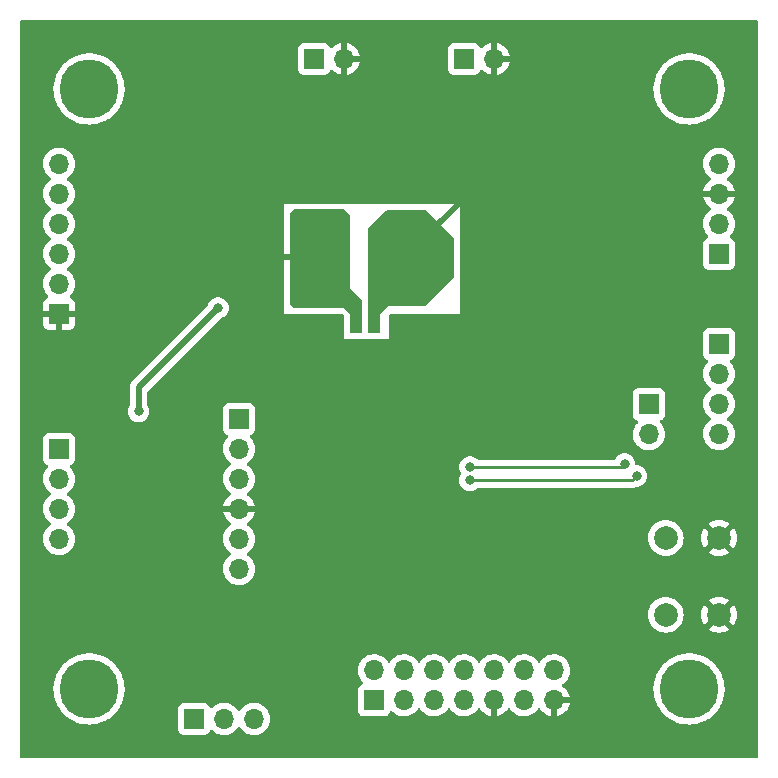
<source format=gbr>
G04 #@! TF.GenerationSoftware,KiCad,Pcbnew,(6.0.0)*
G04 #@! TF.CreationDate,2022-03-03T13:39:48-08:00*
G04 #@! TF.ProjectId,MSP430 Breakout,4d535034-3330-4204-9272-65616b6f7574,rev?*
G04 #@! TF.SameCoordinates,Original*
G04 #@! TF.FileFunction,Copper,L2,Bot*
G04 #@! TF.FilePolarity,Positive*
%FSLAX46Y46*%
G04 Gerber Fmt 4.6, Leading zero omitted, Abs format (unit mm)*
G04 Created by KiCad (PCBNEW (6.0.0)) date 2022-03-03 13:39:48*
%MOMM*%
%LPD*%
G01*
G04 APERTURE LIST*
G04 #@! TA.AperFunction,ComponentPad*
%ADD10R,1.700000X1.700000*%
G04 #@! TD*
G04 #@! TA.AperFunction,ComponentPad*
%ADD11O,1.700000X1.700000*%
G04 #@! TD*
G04 #@! TA.AperFunction,ComponentPad*
%ADD12C,2.000000*%
G04 #@! TD*
G04 #@! TA.AperFunction,ComponentPad*
%ADD13C,0.800000*%
G04 #@! TD*
G04 #@! TA.AperFunction,ComponentPad*
%ADD14C,5.000000*%
G04 #@! TD*
G04 #@! TA.AperFunction,ViaPad*
%ADD15C,0.800000*%
G04 #@! TD*
G04 #@! TA.AperFunction,Conductor*
%ADD16C,0.500000*%
G04 #@! TD*
G04 #@! TA.AperFunction,Conductor*
%ADD17C,0.250000*%
G04 #@! TD*
G04 APERTURE END LIST*
D10*
X122047000Y-81026000D03*
D11*
X122047000Y-78486000D03*
X122047000Y-75946000D03*
X122047000Y-73406000D03*
X122047000Y-70866000D03*
X122047000Y-68326000D03*
D10*
X137287000Y-89916000D03*
D11*
X137287000Y-92456000D03*
X137287000Y-94996000D03*
X137287000Y-97536000D03*
X137287000Y-100076000D03*
X137287000Y-102616000D03*
D10*
X133477000Y-115316000D03*
D11*
X136017000Y-115316000D03*
X138557000Y-115316000D03*
D10*
X148717000Y-113728500D03*
D11*
X148717000Y-111188500D03*
X151257000Y-113728500D03*
X151257000Y-111188500D03*
X153797000Y-113728500D03*
X153797000Y-111188500D03*
X156337000Y-113728500D03*
X156337000Y-111188500D03*
X158877000Y-113728500D03*
X158877000Y-111188500D03*
X161417000Y-113728500D03*
X161417000Y-111188500D03*
X163957000Y-113728500D03*
X163957000Y-111188500D03*
D10*
X143637000Y-59436000D03*
D11*
X146177000Y-59436000D03*
D12*
X173418500Y-99989500D03*
X173418500Y-106489500D03*
X177918500Y-99989500D03*
X177918500Y-106489500D03*
D10*
X122047000Y-92456000D03*
D11*
X122047000Y-94996000D03*
X122047000Y-97536000D03*
X122047000Y-100076000D03*
D10*
X156337000Y-59436000D03*
D11*
X158877000Y-59436000D03*
D13*
X123261175Y-60650175D03*
X125912825Y-60650175D03*
X123261175Y-63301825D03*
X124587000Y-60101000D03*
D14*
X124587000Y-61976000D03*
D13*
X126462000Y-61976000D03*
X122712000Y-61976000D03*
X125912825Y-63301825D03*
X124587000Y-63851000D03*
D14*
X124587000Y-112776000D03*
D13*
X125912825Y-111450175D03*
X122712000Y-112776000D03*
X123261175Y-114101825D03*
X123261175Y-111450175D03*
X125912825Y-114101825D03*
X124587000Y-110901000D03*
X126462000Y-112776000D03*
X124587000Y-114651000D03*
X175387000Y-60101000D03*
X174061175Y-60650175D03*
X176712825Y-63301825D03*
X175387000Y-63851000D03*
X174061175Y-63301825D03*
X176712825Y-60650175D03*
D14*
X175387000Y-61976000D03*
D13*
X173512000Y-61976000D03*
X177262000Y-61976000D03*
X173512000Y-112776000D03*
X176712825Y-111450175D03*
X176712825Y-114101825D03*
X175387000Y-114651000D03*
X177262000Y-112776000D03*
X175387000Y-110901000D03*
X174061175Y-114101825D03*
X174061175Y-111450175D03*
D14*
X175387000Y-112776000D03*
D10*
X177927000Y-75946000D03*
D11*
X177927000Y-73406000D03*
X177927000Y-70866000D03*
X177927000Y-68326000D03*
D10*
X177927000Y-83566000D03*
D11*
X177927000Y-86106000D03*
X177927000Y-88646000D03*
X177927000Y-91186000D03*
D10*
X171983000Y-88666000D03*
D11*
X171983000Y-91206000D03*
D15*
X166751000Y-72771000D03*
X133731000Y-62738000D03*
X143637000Y-67437000D03*
X169799000Y-62738000D03*
X175768000Y-102997000D03*
X140462000Y-98806000D03*
X153797000Y-73787000D03*
X133731000Y-57912000D03*
X173736000Y-72136000D03*
X142367000Y-76200000D03*
X138557000Y-67437000D03*
X166751000Y-67818000D03*
X127127000Y-104394000D03*
X127000000Y-98933000D03*
X177419000Y-79248000D03*
X128651000Y-57912000D03*
X127000000Y-89281000D03*
X161671000Y-57912000D03*
X159766000Y-116205000D03*
X120269000Y-89281000D03*
X168148000Y-103505000D03*
X168148000Y-113030000D03*
X147574000Y-86614000D03*
X137033000Y-75692000D03*
X175133000Y-57912000D03*
X179451000Y-62738000D03*
X179451000Y-57912000D03*
X133223000Y-104394000D03*
X120269000Y-115824000D03*
X131318000Y-98806000D03*
X168148000Y-108585000D03*
X161798000Y-72771000D03*
X128651000Y-62738000D03*
X165481000Y-57912000D03*
X175514000Y-72136000D03*
X156591000Y-70104000D03*
X169799000Y-57912000D03*
X161671000Y-67818000D03*
X127127000Y-115824000D03*
X120396000Y-62738000D03*
X153416000Y-62738000D03*
X148844000Y-57912000D03*
X165608000Y-62738000D03*
X120269000Y-109728000D03*
X172085000Y-109093000D03*
X120269000Y-104394000D03*
X127127000Y-109728000D03*
X148844000Y-62738000D03*
X174117000Y-79248000D03*
X152019000Y-86614000D03*
X127000000Y-84582000D03*
X120269000Y-84582000D03*
X120396000Y-57912000D03*
X171958000Y-116078000D03*
X148336000Y-66421000D03*
X161798000Y-77343000D03*
X153797000Y-116205000D03*
X161671000Y-62738000D03*
X170561000Y-98933000D03*
X133223000Y-109728000D03*
X138430000Y-62738000D03*
X127000000Y-93599000D03*
X137033000Y-70231000D03*
X178943000Y-116078000D03*
X178943000Y-109093000D03*
X128778000Y-89281000D03*
X135509000Y-80518000D03*
X156845000Y-93980000D03*
X169926000Y-93726000D03*
X170942000Y-94742000D03*
X156845000Y-95123000D03*
D16*
X142367000Y-76200000D02*
X139700000Y-76200000D01*
X153797000Y-73787000D02*
X156464000Y-71120000D01*
X128778000Y-87249000D02*
X135509000Y-80518000D01*
X128778000Y-89281000D02*
X128778000Y-87249000D01*
D17*
X156845000Y-93980000D02*
X169672000Y-93980000D01*
X169672000Y-93980000D02*
X169926000Y-93726000D01*
X156845000Y-95123000D02*
X170561000Y-95123000D01*
X170561000Y-95123000D02*
X170942000Y-94742000D01*
G04 #@! TA.AperFunction,Conductor*
G36*
X181171121Y-56154002D02*
G01*
X181217614Y-56207658D01*
X181229000Y-56260000D01*
X181229000Y-118492000D01*
X181208998Y-118560121D01*
X181155342Y-118606614D01*
X181103000Y-118618000D01*
X118871000Y-118618000D01*
X118802879Y-118597998D01*
X118756386Y-118544342D01*
X118745000Y-118492000D01*
X118745000Y-116214134D01*
X132118500Y-116214134D01*
X132125255Y-116276316D01*
X132176385Y-116412705D01*
X132263739Y-116529261D01*
X132380295Y-116616615D01*
X132516684Y-116667745D01*
X132578866Y-116674500D01*
X134375134Y-116674500D01*
X134437316Y-116667745D01*
X134573705Y-116616615D01*
X134690261Y-116529261D01*
X134777615Y-116412705D01*
X134799799Y-116353529D01*
X134821598Y-116295382D01*
X134864240Y-116238618D01*
X134930802Y-116213918D01*
X135000150Y-116229126D01*
X135034817Y-116257114D01*
X135063250Y-116289938D01*
X135235126Y-116432632D01*
X135428000Y-116545338D01*
X135636692Y-116625030D01*
X135641760Y-116626061D01*
X135641763Y-116626062D01*
X135749017Y-116647883D01*
X135855597Y-116669567D01*
X135860772Y-116669757D01*
X135860774Y-116669757D01*
X136073673Y-116677564D01*
X136073677Y-116677564D01*
X136078837Y-116677753D01*
X136083957Y-116677097D01*
X136083959Y-116677097D01*
X136295288Y-116650025D01*
X136295289Y-116650025D01*
X136300416Y-116649368D01*
X136305366Y-116647883D01*
X136509429Y-116586661D01*
X136509434Y-116586659D01*
X136514384Y-116585174D01*
X136714994Y-116486896D01*
X136896860Y-116357173D01*
X137055096Y-116199489D01*
X137185453Y-116018077D01*
X137186776Y-116019028D01*
X137233645Y-115975857D01*
X137303580Y-115963625D01*
X137369026Y-115991144D01*
X137396875Y-116022994D01*
X137456987Y-116121088D01*
X137603250Y-116289938D01*
X137775126Y-116432632D01*
X137968000Y-116545338D01*
X138176692Y-116625030D01*
X138181760Y-116626061D01*
X138181763Y-116626062D01*
X138289017Y-116647883D01*
X138395597Y-116669567D01*
X138400772Y-116669757D01*
X138400774Y-116669757D01*
X138613673Y-116677564D01*
X138613677Y-116677564D01*
X138618837Y-116677753D01*
X138623957Y-116677097D01*
X138623959Y-116677097D01*
X138835288Y-116650025D01*
X138835289Y-116650025D01*
X138840416Y-116649368D01*
X138845366Y-116647883D01*
X139049429Y-116586661D01*
X139049434Y-116586659D01*
X139054384Y-116585174D01*
X139254994Y-116486896D01*
X139436860Y-116357173D01*
X139595096Y-116199489D01*
X139725453Y-116018077D01*
X139746320Y-115975857D01*
X139822136Y-115822453D01*
X139822137Y-115822451D01*
X139824430Y-115817811D01*
X139889370Y-115604069D01*
X139918529Y-115382590D01*
X139920156Y-115316000D01*
X139901852Y-115093361D01*
X139847431Y-114876702D01*
X139758354Y-114671840D01*
X139637014Y-114484277D01*
X139486670Y-114319051D01*
X139482619Y-114315852D01*
X139482615Y-114315848D01*
X139315414Y-114183800D01*
X139315410Y-114183798D01*
X139311359Y-114180598D01*
X139115789Y-114072638D01*
X139110920Y-114070914D01*
X139110916Y-114070912D01*
X138910087Y-113999795D01*
X138910083Y-113999794D01*
X138905212Y-113998069D01*
X138900119Y-113997162D01*
X138900116Y-113997161D01*
X138690373Y-113959800D01*
X138690367Y-113959799D01*
X138685284Y-113958894D01*
X138611452Y-113957992D01*
X138467081Y-113956228D01*
X138467079Y-113956228D01*
X138461911Y-113956165D01*
X138241091Y-113989955D01*
X138028756Y-114059357D01*
X137830607Y-114162507D01*
X137826474Y-114165610D01*
X137826471Y-114165612D01*
X137656100Y-114293530D01*
X137651965Y-114296635D01*
X137648393Y-114300373D01*
X137523351Y-114431222D01*
X137497629Y-114458138D01*
X137390201Y-114615621D01*
X137335293Y-114660621D01*
X137264768Y-114668792D01*
X137201021Y-114637538D01*
X137180324Y-114613054D01*
X137099822Y-114488617D01*
X137099820Y-114488614D01*
X137097014Y-114484277D01*
X136946670Y-114319051D01*
X136942619Y-114315852D01*
X136942615Y-114315848D01*
X136775414Y-114183800D01*
X136775410Y-114183798D01*
X136771359Y-114180598D01*
X136575789Y-114072638D01*
X136570920Y-114070914D01*
X136570916Y-114070912D01*
X136370087Y-113999795D01*
X136370083Y-113999794D01*
X136365212Y-113998069D01*
X136360119Y-113997162D01*
X136360116Y-113997161D01*
X136150373Y-113959800D01*
X136150367Y-113959799D01*
X136145284Y-113958894D01*
X136071452Y-113957992D01*
X135927081Y-113956228D01*
X135927079Y-113956228D01*
X135921911Y-113956165D01*
X135701091Y-113989955D01*
X135488756Y-114059357D01*
X135290607Y-114162507D01*
X135286474Y-114165610D01*
X135286471Y-114165612D01*
X135116100Y-114293530D01*
X135111965Y-114296635D01*
X135036462Y-114375645D01*
X135031283Y-114381064D01*
X134969759Y-114416494D01*
X134898846Y-114413037D01*
X134841060Y-114371791D01*
X134822207Y-114338243D01*
X134780767Y-114227703D01*
X134777615Y-114219295D01*
X134690261Y-114102739D01*
X134573705Y-114015385D01*
X134437316Y-113964255D01*
X134375134Y-113957500D01*
X132578866Y-113957500D01*
X132516684Y-113964255D01*
X132380295Y-114015385D01*
X132263739Y-114102739D01*
X132176385Y-114219295D01*
X132125255Y-114355684D01*
X132118500Y-114417866D01*
X132118500Y-116214134D01*
X118745000Y-116214134D01*
X118745000Y-112681341D01*
X121574888Y-112681341D01*
X121574983Y-112684971D01*
X121574983Y-112684972D01*
X121579957Y-112874911D01*
X121583970Y-113028171D01*
X121632856Y-113371660D01*
X121720897Y-113707253D01*
X121846927Y-114030503D01*
X121862204Y-114059357D01*
X121982113Y-114285825D01*
X122009275Y-114337126D01*
X122011325Y-114340109D01*
X122011327Y-114340112D01*
X122203733Y-114620064D01*
X122203739Y-114620071D01*
X122205790Y-114623056D01*
X122433866Y-114884505D01*
X122488899Y-114934581D01*
X122657881Y-115088342D01*
X122690481Y-115118006D01*
X122972233Y-115320466D01*
X123275388Y-115489200D01*
X123595928Y-115621972D01*
X123599422Y-115622967D01*
X123599424Y-115622968D01*
X123926103Y-115716025D01*
X123926108Y-115716026D01*
X123929604Y-115717022D01*
X124126304Y-115749233D01*
X124268412Y-115772504D01*
X124268419Y-115772505D01*
X124271993Y-115773090D01*
X124445276Y-115781262D01*
X124614931Y-115789263D01*
X124614932Y-115789263D01*
X124618558Y-115789434D01*
X124627415Y-115788830D01*
X124961073Y-115766084D01*
X124961081Y-115766083D01*
X124964704Y-115765836D01*
X124968279Y-115765173D01*
X124968282Y-115765173D01*
X125302279Y-115703270D01*
X125302283Y-115703269D01*
X125305844Y-115702609D01*
X125637456Y-115600592D01*
X125955145Y-115461136D01*
X126199511Y-115318341D01*
X126251560Y-115287926D01*
X126251562Y-115287925D01*
X126254700Y-115286091D01*
X126257609Y-115283907D01*
X126529244Y-115079958D01*
X126529248Y-115079955D01*
X126532151Y-115077775D01*
X126783819Y-114838950D01*
X127006370Y-114572783D01*
X127035007Y-114529188D01*
X127132305Y-114381064D01*
X127196853Y-114282799D01*
X127303421Y-114070912D01*
X127351117Y-113976080D01*
X127351120Y-113976072D01*
X127352744Y-113972844D01*
X127358848Y-113956165D01*
X127470729Y-113650437D01*
X127470730Y-113650433D01*
X127471977Y-113647026D01*
X127472822Y-113643504D01*
X127472825Y-113643496D01*
X127552124Y-113313191D01*
X127552125Y-113313187D01*
X127552971Y-113309662D01*
X127580238Y-113084340D01*
X127594316Y-112968004D01*
X127594316Y-112967997D01*
X127594652Y-112965225D01*
X127597491Y-112874911D01*
X127600511Y-112778797D01*
X127600599Y-112776000D01*
X127600438Y-112773204D01*
X127580836Y-112433246D01*
X127580835Y-112433241D01*
X127580627Y-112429626D01*
X127566377Y-112347976D01*
X127521600Y-112091415D01*
X127521598Y-112091408D01*
X127520976Y-112087842D01*
X127516281Y-112071989D01*
X127464000Y-111895494D01*
X127422437Y-111755180D01*
X127356642Y-111600925D01*
X127287740Y-111439386D01*
X127287738Y-111439383D01*
X127286316Y-111436048D01*
X127256211Y-111383267D01*
X127126121Y-111155195D01*
X147354251Y-111155195D01*
X147354548Y-111160348D01*
X147354548Y-111160351D01*
X147360011Y-111255090D01*
X147367110Y-111378215D01*
X147368247Y-111383261D01*
X147368248Y-111383267D01*
X147388119Y-111471439D01*
X147416222Y-111596139D01*
X147500266Y-111803116D01*
X147551019Y-111885938D01*
X147614291Y-111989188D01*
X147616987Y-111993588D01*
X147763250Y-112162438D01*
X147767230Y-112165742D01*
X147771981Y-112169687D01*
X147811616Y-112228590D01*
X147813113Y-112299571D01*
X147775997Y-112360093D01*
X147735725Y-112384612D01*
X147694913Y-112399912D01*
X147620295Y-112427885D01*
X147503739Y-112515239D01*
X147416385Y-112631795D01*
X147365255Y-112768184D01*
X147358500Y-112830366D01*
X147358500Y-114626634D01*
X147365255Y-114688816D01*
X147416385Y-114825205D01*
X147503739Y-114941761D01*
X147620295Y-115029115D01*
X147756684Y-115080245D01*
X147818866Y-115087000D01*
X149615134Y-115087000D01*
X149677316Y-115080245D01*
X149813705Y-115029115D01*
X149930261Y-114941761D01*
X150017615Y-114825205D01*
X150039799Y-114766029D01*
X150061598Y-114707882D01*
X150104240Y-114651118D01*
X150170802Y-114626418D01*
X150240150Y-114641626D01*
X150274817Y-114669614D01*
X150303250Y-114702438D01*
X150475126Y-114845132D01*
X150668000Y-114957838D01*
X150876692Y-115037530D01*
X150881760Y-115038561D01*
X150881763Y-115038562D01*
X150976862Y-115057910D01*
X151095597Y-115082067D01*
X151100772Y-115082257D01*
X151100774Y-115082257D01*
X151313673Y-115090064D01*
X151313677Y-115090064D01*
X151318837Y-115090253D01*
X151323957Y-115089597D01*
X151323959Y-115089597D01*
X151535288Y-115062525D01*
X151535289Y-115062525D01*
X151540416Y-115061868D01*
X151545366Y-115060383D01*
X151749429Y-114999161D01*
X151749434Y-114999159D01*
X151754384Y-114997674D01*
X151954994Y-114899396D01*
X152136860Y-114769673D01*
X152295096Y-114611989D01*
X152425453Y-114430577D01*
X152426776Y-114431528D01*
X152473645Y-114388357D01*
X152543580Y-114376125D01*
X152609026Y-114403644D01*
X152636875Y-114435494D01*
X152696987Y-114533588D01*
X152843250Y-114702438D01*
X153015126Y-114845132D01*
X153208000Y-114957838D01*
X153416692Y-115037530D01*
X153421760Y-115038561D01*
X153421763Y-115038562D01*
X153516862Y-115057910D01*
X153635597Y-115082067D01*
X153640772Y-115082257D01*
X153640774Y-115082257D01*
X153853673Y-115090064D01*
X153853677Y-115090064D01*
X153858837Y-115090253D01*
X153863957Y-115089597D01*
X153863959Y-115089597D01*
X154075288Y-115062525D01*
X154075289Y-115062525D01*
X154080416Y-115061868D01*
X154085366Y-115060383D01*
X154289429Y-114999161D01*
X154289434Y-114999159D01*
X154294384Y-114997674D01*
X154494994Y-114899396D01*
X154676860Y-114769673D01*
X154835096Y-114611989D01*
X154965453Y-114430577D01*
X154966776Y-114431528D01*
X155013645Y-114388357D01*
X155083580Y-114376125D01*
X155149026Y-114403644D01*
X155176875Y-114435494D01*
X155236987Y-114533588D01*
X155383250Y-114702438D01*
X155555126Y-114845132D01*
X155748000Y-114957838D01*
X155956692Y-115037530D01*
X155961760Y-115038561D01*
X155961763Y-115038562D01*
X156056862Y-115057910D01*
X156175597Y-115082067D01*
X156180772Y-115082257D01*
X156180774Y-115082257D01*
X156393673Y-115090064D01*
X156393677Y-115090064D01*
X156398837Y-115090253D01*
X156403957Y-115089597D01*
X156403959Y-115089597D01*
X156615288Y-115062525D01*
X156615289Y-115062525D01*
X156620416Y-115061868D01*
X156625366Y-115060383D01*
X156829429Y-114999161D01*
X156829434Y-114999159D01*
X156834384Y-114997674D01*
X157034994Y-114899396D01*
X157216860Y-114769673D01*
X157375096Y-114611989D01*
X157505453Y-114430577D01*
X157506640Y-114431430D01*
X157553960Y-114387862D01*
X157623897Y-114375645D01*
X157689338Y-114403178D01*
X157717166Y-114435011D01*
X157774694Y-114528888D01*
X157780777Y-114537199D01*
X157920213Y-114698167D01*
X157927580Y-114705383D01*
X158091434Y-114841416D01*
X158099881Y-114847331D01*
X158283756Y-114954779D01*
X158293042Y-114959229D01*
X158492001Y-115035203D01*
X158501899Y-115038079D01*
X158605250Y-115059106D01*
X158619299Y-115057910D01*
X158623000Y-115047565D01*
X158623000Y-113600500D01*
X158643002Y-113532379D01*
X158696658Y-113485886D01*
X158749000Y-113474500D01*
X159005000Y-113474500D01*
X159073121Y-113494502D01*
X159119614Y-113548158D01*
X159131000Y-113600500D01*
X159131000Y-115047017D01*
X159135064Y-115060859D01*
X159148478Y-115062893D01*
X159155184Y-115062034D01*
X159165262Y-115059892D01*
X159369255Y-114998691D01*
X159378842Y-114994933D01*
X159570095Y-114901239D01*
X159578945Y-114895964D01*
X159752328Y-114772292D01*
X159760200Y-114765639D01*
X159911052Y-114615312D01*
X159917730Y-114607465D01*
X160045022Y-114430319D01*
X160046279Y-114431222D01*
X160093373Y-114387862D01*
X160163311Y-114375645D01*
X160228751Y-114403178D01*
X160256579Y-114435011D01*
X160316987Y-114533588D01*
X160463250Y-114702438D01*
X160635126Y-114845132D01*
X160828000Y-114957838D01*
X161036692Y-115037530D01*
X161041760Y-115038561D01*
X161041763Y-115038562D01*
X161136862Y-115057910D01*
X161255597Y-115082067D01*
X161260772Y-115082257D01*
X161260774Y-115082257D01*
X161473673Y-115090064D01*
X161473677Y-115090064D01*
X161478837Y-115090253D01*
X161483957Y-115089597D01*
X161483959Y-115089597D01*
X161695288Y-115062525D01*
X161695289Y-115062525D01*
X161700416Y-115061868D01*
X161705366Y-115060383D01*
X161909429Y-114999161D01*
X161909434Y-114999159D01*
X161914384Y-114997674D01*
X162114994Y-114899396D01*
X162296860Y-114769673D01*
X162455096Y-114611989D01*
X162585453Y-114430577D01*
X162586640Y-114431430D01*
X162633960Y-114387862D01*
X162703897Y-114375645D01*
X162769338Y-114403178D01*
X162797166Y-114435011D01*
X162854694Y-114528888D01*
X162860777Y-114537199D01*
X163000213Y-114698167D01*
X163007580Y-114705383D01*
X163171434Y-114841416D01*
X163179881Y-114847331D01*
X163363756Y-114954779D01*
X163373042Y-114959229D01*
X163572001Y-115035203D01*
X163581899Y-115038079D01*
X163685250Y-115059106D01*
X163699299Y-115057910D01*
X163703000Y-115047565D01*
X163703000Y-115047017D01*
X164211000Y-115047017D01*
X164215064Y-115060859D01*
X164228478Y-115062893D01*
X164235184Y-115062034D01*
X164245262Y-115059892D01*
X164449255Y-114998691D01*
X164458842Y-114994933D01*
X164650095Y-114901239D01*
X164658945Y-114895964D01*
X164832328Y-114772292D01*
X164840200Y-114765639D01*
X164991052Y-114615312D01*
X164997730Y-114607465D01*
X165122003Y-114434520D01*
X165127313Y-114425683D01*
X165221670Y-114234767D01*
X165225469Y-114225172D01*
X165287377Y-114021410D01*
X165289555Y-114011337D01*
X165290986Y-114000462D01*
X165288775Y-113986278D01*
X165275617Y-113982500D01*
X164229115Y-113982500D01*
X164213876Y-113986975D01*
X164212671Y-113988365D01*
X164211000Y-113996048D01*
X164211000Y-115047017D01*
X163703000Y-115047017D01*
X163703000Y-113600500D01*
X163723002Y-113532379D01*
X163776658Y-113485886D01*
X163829000Y-113474500D01*
X165275344Y-113474500D01*
X165288875Y-113470527D01*
X165290180Y-113461447D01*
X165248214Y-113294375D01*
X165244894Y-113284624D01*
X165159972Y-113089314D01*
X165155105Y-113080239D01*
X165039426Y-112901426D01*
X165033136Y-112893257D01*
X164889806Y-112735740D01*
X164882273Y-112728715D01*
X164822286Y-112681341D01*
X172374888Y-112681341D01*
X172374983Y-112684971D01*
X172374983Y-112684972D01*
X172379957Y-112874911D01*
X172383970Y-113028171D01*
X172432856Y-113371660D01*
X172520897Y-113707253D01*
X172646927Y-114030503D01*
X172662204Y-114059357D01*
X172782113Y-114285825D01*
X172809275Y-114337126D01*
X172811325Y-114340109D01*
X172811327Y-114340112D01*
X173003733Y-114620064D01*
X173003739Y-114620071D01*
X173005790Y-114623056D01*
X173233866Y-114884505D01*
X173288899Y-114934581D01*
X173457881Y-115088342D01*
X173490481Y-115118006D01*
X173772233Y-115320466D01*
X174075388Y-115489200D01*
X174395928Y-115621972D01*
X174399422Y-115622967D01*
X174399424Y-115622968D01*
X174726103Y-115716025D01*
X174726108Y-115716026D01*
X174729604Y-115717022D01*
X174926304Y-115749233D01*
X175068412Y-115772504D01*
X175068419Y-115772505D01*
X175071993Y-115773090D01*
X175245276Y-115781262D01*
X175414931Y-115789263D01*
X175414932Y-115789263D01*
X175418558Y-115789434D01*
X175427415Y-115788830D01*
X175761073Y-115766084D01*
X175761081Y-115766083D01*
X175764704Y-115765836D01*
X175768279Y-115765173D01*
X175768282Y-115765173D01*
X176102279Y-115703270D01*
X176102283Y-115703269D01*
X176105844Y-115702609D01*
X176437456Y-115600592D01*
X176755145Y-115461136D01*
X176999511Y-115318341D01*
X177051560Y-115287926D01*
X177051562Y-115287925D01*
X177054700Y-115286091D01*
X177057609Y-115283907D01*
X177329244Y-115079958D01*
X177329248Y-115079955D01*
X177332151Y-115077775D01*
X177583819Y-114838950D01*
X177806370Y-114572783D01*
X177835007Y-114529188D01*
X177932305Y-114381064D01*
X177996853Y-114282799D01*
X178103421Y-114070912D01*
X178151117Y-113976080D01*
X178151120Y-113976072D01*
X178152744Y-113972844D01*
X178158848Y-113956165D01*
X178270729Y-113650437D01*
X178270730Y-113650433D01*
X178271977Y-113647026D01*
X178272822Y-113643504D01*
X178272825Y-113643496D01*
X178352124Y-113313191D01*
X178352125Y-113313187D01*
X178352971Y-113309662D01*
X178380238Y-113084340D01*
X178394316Y-112968004D01*
X178394316Y-112967997D01*
X178394652Y-112965225D01*
X178397491Y-112874911D01*
X178400511Y-112778797D01*
X178400599Y-112776000D01*
X178400438Y-112773204D01*
X178380836Y-112433246D01*
X178380835Y-112433241D01*
X178380627Y-112429626D01*
X178366377Y-112347976D01*
X178321600Y-112091415D01*
X178321598Y-112091408D01*
X178320976Y-112087842D01*
X178316281Y-112071989D01*
X178264000Y-111895494D01*
X178222437Y-111755180D01*
X178156642Y-111600925D01*
X178087740Y-111439386D01*
X178087738Y-111439383D01*
X178086316Y-111436048D01*
X178056211Y-111383267D01*
X177916208Y-111137816D01*
X177914417Y-111134676D01*
X177709018Y-110855060D01*
X177472842Y-110600904D01*
X177209019Y-110375578D01*
X176921047Y-110182069D01*
X176612741Y-110022940D01*
X176288189Y-109900302D01*
X176284668Y-109899418D01*
X176284663Y-109899416D01*
X176123378Y-109858904D01*
X175951692Y-109815780D01*
X175929476Y-109812855D01*
X175611315Y-109770968D01*
X175611307Y-109770967D01*
X175607711Y-109770494D01*
X175463045Y-109768221D01*
X175264446Y-109765101D01*
X175264442Y-109765101D01*
X175260804Y-109765044D01*
X175257190Y-109765405D01*
X175257184Y-109765405D01*
X175013843Y-109789694D01*
X174915569Y-109799503D01*
X174576583Y-109873414D01*
X174573156Y-109874587D01*
X174573150Y-109874589D01*
X174398904Y-109934247D01*
X174248339Y-109985797D01*
X173935188Y-110135163D01*
X173641279Y-110319532D01*
X173638443Y-110321804D01*
X173638436Y-110321809D01*
X173403488Y-110510038D01*
X173370509Y-110536459D01*
X173126466Y-110783071D01*
X173124225Y-110785929D01*
X173067732Y-110857978D01*
X172912386Y-111056098D01*
X172910493Y-111059187D01*
X172910491Y-111059190D01*
X172864233Y-111134676D01*
X172731105Y-111351921D01*
X172729580Y-111355206D01*
X172729578Y-111355210D01*
X172690505Y-111439386D01*
X172585027Y-111666620D01*
X172554586Y-111758666D01*
X172510646Y-111891528D01*
X172476087Y-111996023D01*
X172475351Y-111999578D01*
X172475350Y-111999581D01*
X172411533Y-112307742D01*
X172405730Y-112335764D01*
X172374888Y-112681341D01*
X164822286Y-112681341D01*
X164715139Y-112596722D01*
X164706556Y-112591020D01*
X164669602Y-112570620D01*
X164619631Y-112520187D01*
X164604859Y-112450745D01*
X164629975Y-112384339D01*
X164657327Y-112357732D01*
X164693102Y-112332214D01*
X164836860Y-112229673D01*
X164995096Y-112071989D01*
X165054594Y-111989189D01*
X165122435Y-111894777D01*
X165125453Y-111890577D01*
X165146320Y-111848357D01*
X165222136Y-111694953D01*
X165222137Y-111694951D01*
X165224430Y-111690311D01*
X165289370Y-111476569D01*
X165318529Y-111255090D01*
X165320156Y-111188500D01*
X165301852Y-110965861D01*
X165247431Y-110749202D01*
X165158354Y-110544340D01*
X165049177Y-110375578D01*
X165039822Y-110361117D01*
X165039820Y-110361114D01*
X165037014Y-110356777D01*
X164886670Y-110191551D01*
X164882619Y-110188352D01*
X164882615Y-110188348D01*
X164715414Y-110056300D01*
X164715410Y-110056298D01*
X164711359Y-110053098D01*
X164515789Y-109945138D01*
X164510920Y-109943414D01*
X164510916Y-109943412D01*
X164310087Y-109872295D01*
X164310083Y-109872294D01*
X164305212Y-109870569D01*
X164300119Y-109869662D01*
X164300116Y-109869661D01*
X164090373Y-109832300D01*
X164090367Y-109832299D01*
X164085284Y-109831394D01*
X164011452Y-109830492D01*
X163867081Y-109828728D01*
X163867079Y-109828728D01*
X163861911Y-109828665D01*
X163641091Y-109862455D01*
X163428756Y-109931857D01*
X163230607Y-110035007D01*
X163226474Y-110038110D01*
X163226471Y-110038112D01*
X163094638Y-110137095D01*
X163051965Y-110169135D01*
X162897629Y-110330638D01*
X162790201Y-110488121D01*
X162735293Y-110533121D01*
X162664768Y-110541292D01*
X162601021Y-110510038D01*
X162580324Y-110485554D01*
X162499822Y-110361117D01*
X162499820Y-110361114D01*
X162497014Y-110356777D01*
X162346670Y-110191551D01*
X162342619Y-110188352D01*
X162342615Y-110188348D01*
X162175414Y-110056300D01*
X162175410Y-110056298D01*
X162171359Y-110053098D01*
X161975789Y-109945138D01*
X161970920Y-109943414D01*
X161970916Y-109943412D01*
X161770087Y-109872295D01*
X161770083Y-109872294D01*
X161765212Y-109870569D01*
X161760119Y-109869662D01*
X161760116Y-109869661D01*
X161550373Y-109832300D01*
X161550367Y-109832299D01*
X161545284Y-109831394D01*
X161471452Y-109830492D01*
X161327081Y-109828728D01*
X161327079Y-109828728D01*
X161321911Y-109828665D01*
X161101091Y-109862455D01*
X160888756Y-109931857D01*
X160690607Y-110035007D01*
X160686474Y-110038110D01*
X160686471Y-110038112D01*
X160554638Y-110137095D01*
X160511965Y-110169135D01*
X160357629Y-110330638D01*
X160250201Y-110488121D01*
X160195293Y-110533121D01*
X160124768Y-110541292D01*
X160061021Y-110510038D01*
X160040324Y-110485554D01*
X159959822Y-110361117D01*
X159959820Y-110361114D01*
X159957014Y-110356777D01*
X159806670Y-110191551D01*
X159802619Y-110188352D01*
X159802615Y-110188348D01*
X159635414Y-110056300D01*
X159635410Y-110056298D01*
X159631359Y-110053098D01*
X159435789Y-109945138D01*
X159430920Y-109943414D01*
X159430916Y-109943412D01*
X159230087Y-109872295D01*
X159230083Y-109872294D01*
X159225212Y-109870569D01*
X159220119Y-109869662D01*
X159220116Y-109869661D01*
X159010373Y-109832300D01*
X159010367Y-109832299D01*
X159005284Y-109831394D01*
X158931452Y-109830492D01*
X158787081Y-109828728D01*
X158787079Y-109828728D01*
X158781911Y-109828665D01*
X158561091Y-109862455D01*
X158348756Y-109931857D01*
X158150607Y-110035007D01*
X158146474Y-110038110D01*
X158146471Y-110038112D01*
X158014638Y-110137095D01*
X157971965Y-110169135D01*
X157817629Y-110330638D01*
X157710201Y-110488121D01*
X157655293Y-110533121D01*
X157584768Y-110541292D01*
X157521021Y-110510038D01*
X157500324Y-110485554D01*
X157419822Y-110361117D01*
X157419820Y-110361114D01*
X157417014Y-110356777D01*
X157266670Y-110191551D01*
X157262619Y-110188352D01*
X157262615Y-110188348D01*
X157095414Y-110056300D01*
X157095410Y-110056298D01*
X157091359Y-110053098D01*
X156895789Y-109945138D01*
X156890920Y-109943414D01*
X156890916Y-109943412D01*
X156690087Y-109872295D01*
X156690083Y-109872294D01*
X156685212Y-109870569D01*
X156680119Y-109869662D01*
X156680116Y-109869661D01*
X156470373Y-109832300D01*
X156470367Y-109832299D01*
X156465284Y-109831394D01*
X156391452Y-109830492D01*
X156247081Y-109828728D01*
X156247079Y-109828728D01*
X156241911Y-109828665D01*
X156021091Y-109862455D01*
X155808756Y-109931857D01*
X155610607Y-110035007D01*
X155606474Y-110038110D01*
X155606471Y-110038112D01*
X155474638Y-110137095D01*
X155431965Y-110169135D01*
X155277629Y-110330638D01*
X155170201Y-110488121D01*
X155115293Y-110533121D01*
X155044768Y-110541292D01*
X154981021Y-110510038D01*
X154960324Y-110485554D01*
X154879822Y-110361117D01*
X154879820Y-110361114D01*
X154877014Y-110356777D01*
X154726670Y-110191551D01*
X154722619Y-110188352D01*
X154722615Y-110188348D01*
X154555414Y-110056300D01*
X154555410Y-110056298D01*
X154551359Y-110053098D01*
X154355789Y-109945138D01*
X154350920Y-109943414D01*
X154350916Y-109943412D01*
X154150087Y-109872295D01*
X154150083Y-109872294D01*
X154145212Y-109870569D01*
X154140119Y-109869662D01*
X154140116Y-109869661D01*
X153930373Y-109832300D01*
X153930367Y-109832299D01*
X153925284Y-109831394D01*
X153851452Y-109830492D01*
X153707081Y-109828728D01*
X153707079Y-109828728D01*
X153701911Y-109828665D01*
X153481091Y-109862455D01*
X153268756Y-109931857D01*
X153070607Y-110035007D01*
X153066474Y-110038110D01*
X153066471Y-110038112D01*
X152934638Y-110137095D01*
X152891965Y-110169135D01*
X152737629Y-110330638D01*
X152630201Y-110488121D01*
X152575293Y-110533121D01*
X152504768Y-110541292D01*
X152441021Y-110510038D01*
X152420324Y-110485554D01*
X152339822Y-110361117D01*
X152339820Y-110361114D01*
X152337014Y-110356777D01*
X152186670Y-110191551D01*
X152182619Y-110188352D01*
X152182615Y-110188348D01*
X152015414Y-110056300D01*
X152015410Y-110056298D01*
X152011359Y-110053098D01*
X151815789Y-109945138D01*
X151810920Y-109943414D01*
X151810916Y-109943412D01*
X151610087Y-109872295D01*
X151610083Y-109872294D01*
X151605212Y-109870569D01*
X151600119Y-109869662D01*
X151600116Y-109869661D01*
X151390373Y-109832300D01*
X151390367Y-109832299D01*
X151385284Y-109831394D01*
X151311452Y-109830492D01*
X151167081Y-109828728D01*
X151167079Y-109828728D01*
X151161911Y-109828665D01*
X150941091Y-109862455D01*
X150728756Y-109931857D01*
X150530607Y-110035007D01*
X150526474Y-110038110D01*
X150526471Y-110038112D01*
X150394638Y-110137095D01*
X150351965Y-110169135D01*
X150197629Y-110330638D01*
X150090201Y-110488121D01*
X150035293Y-110533121D01*
X149964768Y-110541292D01*
X149901021Y-110510038D01*
X149880324Y-110485554D01*
X149799822Y-110361117D01*
X149799820Y-110361114D01*
X149797014Y-110356777D01*
X149646670Y-110191551D01*
X149642619Y-110188352D01*
X149642615Y-110188348D01*
X149475414Y-110056300D01*
X149475410Y-110056298D01*
X149471359Y-110053098D01*
X149275789Y-109945138D01*
X149270920Y-109943414D01*
X149270916Y-109943412D01*
X149070087Y-109872295D01*
X149070083Y-109872294D01*
X149065212Y-109870569D01*
X149060119Y-109869662D01*
X149060116Y-109869661D01*
X148850373Y-109832300D01*
X148850367Y-109832299D01*
X148845284Y-109831394D01*
X148771452Y-109830492D01*
X148627081Y-109828728D01*
X148627079Y-109828728D01*
X148621911Y-109828665D01*
X148401091Y-109862455D01*
X148188756Y-109931857D01*
X147990607Y-110035007D01*
X147986474Y-110038110D01*
X147986471Y-110038112D01*
X147854638Y-110137095D01*
X147811965Y-110169135D01*
X147657629Y-110330638D01*
X147654720Y-110334903D01*
X147654714Y-110334911D01*
X147626973Y-110375578D01*
X147531743Y-110515180D01*
X147437688Y-110717805D01*
X147377989Y-110933070D01*
X147354251Y-111155195D01*
X127126121Y-111155195D01*
X127116208Y-111137816D01*
X127114417Y-111134676D01*
X126909018Y-110855060D01*
X126672842Y-110600904D01*
X126409019Y-110375578D01*
X126121047Y-110182069D01*
X125812741Y-110022940D01*
X125488189Y-109900302D01*
X125484668Y-109899418D01*
X125484663Y-109899416D01*
X125323378Y-109858904D01*
X125151692Y-109815780D01*
X125129476Y-109812855D01*
X124811315Y-109770968D01*
X124811307Y-109770967D01*
X124807711Y-109770494D01*
X124663045Y-109768221D01*
X124464446Y-109765101D01*
X124464442Y-109765101D01*
X124460804Y-109765044D01*
X124457190Y-109765405D01*
X124457184Y-109765405D01*
X124213843Y-109789694D01*
X124115569Y-109799503D01*
X123776583Y-109873414D01*
X123773156Y-109874587D01*
X123773150Y-109874589D01*
X123598904Y-109934247D01*
X123448339Y-109985797D01*
X123135188Y-110135163D01*
X122841279Y-110319532D01*
X122838443Y-110321804D01*
X122838436Y-110321809D01*
X122603488Y-110510038D01*
X122570509Y-110536459D01*
X122326466Y-110783071D01*
X122324225Y-110785929D01*
X122267732Y-110857978D01*
X122112386Y-111056098D01*
X122110493Y-111059187D01*
X122110491Y-111059190D01*
X122064233Y-111134676D01*
X121931105Y-111351921D01*
X121929580Y-111355206D01*
X121929578Y-111355210D01*
X121890505Y-111439386D01*
X121785027Y-111666620D01*
X121754586Y-111758666D01*
X121710646Y-111891528D01*
X121676087Y-111996023D01*
X121675351Y-111999578D01*
X121675350Y-111999581D01*
X121611533Y-112307742D01*
X121605730Y-112335764D01*
X121574888Y-112681341D01*
X118745000Y-112681341D01*
X118745000Y-106489500D01*
X171905335Y-106489500D01*
X171923965Y-106726211D01*
X171979395Y-106957094D01*
X171981288Y-106961665D01*
X171981289Y-106961667D01*
X172068272Y-107171663D01*
X172070260Y-107176463D01*
X172072846Y-107180683D01*
X172191741Y-107374702D01*
X172191745Y-107374708D01*
X172194324Y-107378916D01*
X172348531Y-107559469D01*
X172529084Y-107713676D01*
X172533292Y-107716255D01*
X172533298Y-107716259D01*
X172726584Y-107834705D01*
X172731537Y-107837740D01*
X172736107Y-107839633D01*
X172736111Y-107839635D01*
X172946333Y-107926711D01*
X172950906Y-107928605D01*
X173031109Y-107947860D01*
X173176976Y-107982880D01*
X173176982Y-107982881D01*
X173181789Y-107984035D01*
X173418500Y-108002665D01*
X173655211Y-107984035D01*
X173660018Y-107982881D01*
X173660024Y-107982880D01*
X173805891Y-107947860D01*
X173886094Y-107928605D01*
X173890667Y-107926711D01*
X174100889Y-107839635D01*
X174100893Y-107839633D01*
X174105463Y-107837740D01*
X174110416Y-107834705D01*
X174294056Y-107722170D01*
X177050660Y-107722170D01*
X177056387Y-107729820D01*
X177227542Y-107834705D01*
X177236337Y-107839187D01*
X177446488Y-107926234D01*
X177455873Y-107929283D01*
X177677054Y-107982385D01*
X177686801Y-107983928D01*
X177913570Y-108001775D01*
X177923430Y-108001775D01*
X178150199Y-107983928D01*
X178159946Y-107982385D01*
X178381127Y-107929283D01*
X178390512Y-107926234D01*
X178600663Y-107839187D01*
X178609458Y-107834705D01*
X178776945Y-107732068D01*
X178786407Y-107721610D01*
X178782624Y-107712834D01*
X177931312Y-106861522D01*
X177917368Y-106853908D01*
X177915535Y-106854039D01*
X177908920Y-106858290D01*
X177057420Y-107709790D01*
X177050660Y-107722170D01*
X174294056Y-107722170D01*
X174303702Y-107716259D01*
X174303708Y-107716255D01*
X174307916Y-107713676D01*
X174488469Y-107559469D01*
X174642676Y-107378916D01*
X174645255Y-107374708D01*
X174645259Y-107374702D01*
X174764154Y-107180683D01*
X174766740Y-107176463D01*
X174768729Y-107171663D01*
X174855711Y-106961667D01*
X174855712Y-106961665D01*
X174857605Y-106957094D01*
X174913035Y-106726211D01*
X174931277Y-106494430D01*
X176406225Y-106494430D01*
X176424072Y-106721199D01*
X176425615Y-106730946D01*
X176478717Y-106952127D01*
X176481766Y-106961512D01*
X176568813Y-107171663D01*
X176573295Y-107180458D01*
X176675932Y-107347945D01*
X176686390Y-107357407D01*
X176695166Y-107353624D01*
X177546478Y-106502312D01*
X177552856Y-106490632D01*
X178282908Y-106490632D01*
X178283039Y-106492465D01*
X178287290Y-106499080D01*
X179138790Y-107350580D01*
X179151170Y-107357340D01*
X179158820Y-107351613D01*
X179263705Y-107180458D01*
X179268187Y-107171663D01*
X179355234Y-106961512D01*
X179358283Y-106952127D01*
X179411385Y-106730946D01*
X179412928Y-106721199D01*
X179430775Y-106494430D01*
X179430775Y-106484570D01*
X179412928Y-106257801D01*
X179411385Y-106248054D01*
X179358283Y-106026873D01*
X179355234Y-106017488D01*
X179268187Y-105807337D01*
X179263705Y-105798542D01*
X179161068Y-105631055D01*
X179150610Y-105621593D01*
X179141834Y-105625376D01*
X178290522Y-106476688D01*
X178282908Y-106490632D01*
X177552856Y-106490632D01*
X177554092Y-106488368D01*
X177553961Y-106486535D01*
X177549710Y-106479920D01*
X176698210Y-105628420D01*
X176685830Y-105621660D01*
X176678180Y-105627387D01*
X176573295Y-105798542D01*
X176568813Y-105807337D01*
X176481766Y-106017488D01*
X176478717Y-106026873D01*
X176425615Y-106248054D01*
X176424072Y-106257801D01*
X176406225Y-106484570D01*
X176406225Y-106494430D01*
X174931277Y-106494430D01*
X174931665Y-106489500D01*
X174913035Y-106252789D01*
X174857605Y-106021906D01*
X174855711Y-106017333D01*
X174768635Y-105807111D01*
X174768633Y-105807107D01*
X174766740Y-105802537D01*
X174764154Y-105798317D01*
X174645259Y-105604298D01*
X174645255Y-105604292D01*
X174642676Y-105600084D01*
X174488469Y-105419531D01*
X174307916Y-105265324D01*
X174303708Y-105262745D01*
X174303702Y-105262741D01*
X174294970Y-105257390D01*
X177050593Y-105257390D01*
X177054376Y-105266166D01*
X177905688Y-106117478D01*
X177919632Y-106125092D01*
X177921465Y-106124961D01*
X177928080Y-106120710D01*
X178779580Y-105269210D01*
X178786340Y-105256830D01*
X178780613Y-105249180D01*
X178609458Y-105144295D01*
X178600663Y-105139813D01*
X178390512Y-105052766D01*
X178381127Y-105049717D01*
X178159946Y-104996615D01*
X178150199Y-104995072D01*
X177923430Y-104977225D01*
X177913570Y-104977225D01*
X177686801Y-104995072D01*
X177677054Y-104996615D01*
X177455873Y-105049717D01*
X177446488Y-105052766D01*
X177236337Y-105139813D01*
X177227542Y-105144295D01*
X177060055Y-105246932D01*
X177050593Y-105257390D01*
X174294970Y-105257390D01*
X174109683Y-105143846D01*
X174105463Y-105141260D01*
X174100893Y-105139367D01*
X174100889Y-105139365D01*
X173890667Y-105052289D01*
X173890665Y-105052288D01*
X173886094Y-105050395D01*
X173805891Y-105031140D01*
X173660024Y-104996120D01*
X173660018Y-104996119D01*
X173655211Y-104994965D01*
X173418500Y-104976335D01*
X173181789Y-104994965D01*
X173176982Y-104996119D01*
X173176976Y-104996120D01*
X173031109Y-105031140D01*
X172950906Y-105050395D01*
X172946335Y-105052288D01*
X172946333Y-105052289D01*
X172736111Y-105139365D01*
X172736107Y-105139367D01*
X172731537Y-105141260D01*
X172727317Y-105143846D01*
X172533298Y-105262741D01*
X172533292Y-105262745D01*
X172529084Y-105265324D01*
X172348531Y-105419531D01*
X172194324Y-105600084D01*
X172191745Y-105604292D01*
X172191741Y-105604298D01*
X172072846Y-105798317D01*
X172070260Y-105802537D01*
X172068367Y-105807107D01*
X172068365Y-105807111D01*
X171981289Y-106017333D01*
X171979395Y-106021906D01*
X171923965Y-106252789D01*
X171905335Y-106489500D01*
X118745000Y-106489500D01*
X118745000Y-102582695D01*
X135924251Y-102582695D01*
X135924548Y-102587848D01*
X135924548Y-102587851D01*
X135930011Y-102682590D01*
X135937110Y-102805715D01*
X135938247Y-102810761D01*
X135938248Y-102810767D01*
X135958119Y-102898939D01*
X135986222Y-103023639D01*
X136070266Y-103230616D01*
X136186987Y-103421088D01*
X136333250Y-103589938D01*
X136505126Y-103732632D01*
X136698000Y-103845338D01*
X136906692Y-103925030D01*
X136911760Y-103926061D01*
X136911763Y-103926062D01*
X137019017Y-103947883D01*
X137125597Y-103969567D01*
X137130772Y-103969757D01*
X137130774Y-103969757D01*
X137343673Y-103977564D01*
X137343677Y-103977564D01*
X137348837Y-103977753D01*
X137353957Y-103977097D01*
X137353959Y-103977097D01*
X137565288Y-103950025D01*
X137565289Y-103950025D01*
X137570416Y-103949368D01*
X137575366Y-103947883D01*
X137779429Y-103886661D01*
X137779434Y-103886659D01*
X137784384Y-103885174D01*
X137984994Y-103786896D01*
X138166860Y-103657173D01*
X138325096Y-103499489D01*
X138384594Y-103416689D01*
X138452435Y-103322277D01*
X138455453Y-103318077D01*
X138554430Y-103117811D01*
X138619370Y-102904069D01*
X138648529Y-102682590D01*
X138650156Y-102616000D01*
X138631852Y-102393361D01*
X138577431Y-102176702D01*
X138488354Y-101971840D01*
X138367014Y-101784277D01*
X138216670Y-101619051D01*
X138212619Y-101615852D01*
X138212615Y-101615848D01*
X138045414Y-101483800D01*
X138045410Y-101483798D01*
X138041359Y-101480598D01*
X138000053Y-101457796D01*
X137950084Y-101407364D01*
X137935312Y-101337921D01*
X137960428Y-101271516D01*
X137987780Y-101244909D01*
X138037015Y-101209790D01*
X138166860Y-101117173D01*
X138325096Y-100959489D01*
X138384594Y-100876689D01*
X138452435Y-100782277D01*
X138455453Y-100778077D01*
X138505674Y-100676463D01*
X138552136Y-100582453D01*
X138552137Y-100582451D01*
X138554430Y-100577811D01*
X138619370Y-100364069D01*
X138648529Y-100142590D01*
X138650156Y-100076000D01*
X138643045Y-99989500D01*
X171905335Y-99989500D01*
X171923965Y-100226211D01*
X171979395Y-100457094D01*
X171981288Y-100461665D01*
X171981289Y-100461667D01*
X172068272Y-100671663D01*
X172070260Y-100676463D01*
X172072846Y-100680683D01*
X172191741Y-100874702D01*
X172191745Y-100874708D01*
X172194324Y-100878916D01*
X172348531Y-101059469D01*
X172529084Y-101213676D01*
X172533292Y-101216255D01*
X172533298Y-101216259D01*
X172726584Y-101334705D01*
X172731537Y-101337740D01*
X172736107Y-101339633D01*
X172736111Y-101339635D01*
X172946333Y-101426711D01*
X172950906Y-101428605D01*
X173031109Y-101447860D01*
X173176976Y-101482880D01*
X173176982Y-101482881D01*
X173181789Y-101484035D01*
X173418500Y-101502665D01*
X173655211Y-101484035D01*
X173660018Y-101482881D01*
X173660024Y-101482880D01*
X173805891Y-101447860D01*
X173886094Y-101428605D01*
X173890667Y-101426711D01*
X174100889Y-101339635D01*
X174100893Y-101339633D01*
X174105463Y-101337740D01*
X174110416Y-101334705D01*
X174294056Y-101222170D01*
X177050660Y-101222170D01*
X177056387Y-101229820D01*
X177227542Y-101334705D01*
X177236337Y-101339187D01*
X177446488Y-101426234D01*
X177455873Y-101429283D01*
X177677054Y-101482385D01*
X177686801Y-101483928D01*
X177913570Y-101501775D01*
X177923430Y-101501775D01*
X178150199Y-101483928D01*
X178159946Y-101482385D01*
X178381127Y-101429283D01*
X178390512Y-101426234D01*
X178600663Y-101339187D01*
X178609458Y-101334705D01*
X178776945Y-101232068D01*
X178786407Y-101221610D01*
X178782624Y-101212834D01*
X177931312Y-100361522D01*
X177917368Y-100353908D01*
X177915535Y-100354039D01*
X177908920Y-100358290D01*
X177057420Y-101209790D01*
X177050660Y-101222170D01*
X174294056Y-101222170D01*
X174303702Y-101216259D01*
X174303708Y-101216255D01*
X174307916Y-101213676D01*
X174488469Y-101059469D01*
X174642676Y-100878916D01*
X174645255Y-100874708D01*
X174645259Y-100874702D01*
X174764154Y-100680683D01*
X174766740Y-100676463D01*
X174768729Y-100671663D01*
X174855711Y-100461667D01*
X174855712Y-100461665D01*
X174857605Y-100457094D01*
X174913035Y-100226211D01*
X174931277Y-99994430D01*
X176406225Y-99994430D01*
X176424072Y-100221199D01*
X176425615Y-100230946D01*
X176478717Y-100452127D01*
X176481766Y-100461512D01*
X176568813Y-100671663D01*
X176573295Y-100680458D01*
X176675932Y-100847945D01*
X176686390Y-100857407D01*
X176695166Y-100853624D01*
X177546478Y-100002312D01*
X177552856Y-99990632D01*
X178282908Y-99990632D01*
X178283039Y-99992465D01*
X178287290Y-99999080D01*
X179138790Y-100850580D01*
X179151170Y-100857340D01*
X179158820Y-100851613D01*
X179263705Y-100680458D01*
X179268187Y-100671663D01*
X179355234Y-100461512D01*
X179358283Y-100452127D01*
X179411385Y-100230946D01*
X179412928Y-100221199D01*
X179430775Y-99994430D01*
X179430775Y-99984570D01*
X179412928Y-99757801D01*
X179411385Y-99748054D01*
X179358283Y-99526873D01*
X179355234Y-99517488D01*
X179268187Y-99307337D01*
X179263705Y-99298542D01*
X179161068Y-99131055D01*
X179150610Y-99121593D01*
X179141834Y-99125376D01*
X178290522Y-99976688D01*
X178282908Y-99990632D01*
X177552856Y-99990632D01*
X177554092Y-99988368D01*
X177553961Y-99986535D01*
X177549710Y-99979920D01*
X176698210Y-99128420D01*
X176685830Y-99121660D01*
X176678180Y-99127387D01*
X176573295Y-99298542D01*
X176568813Y-99307337D01*
X176481766Y-99517488D01*
X176478717Y-99526873D01*
X176425615Y-99748054D01*
X176424072Y-99757801D01*
X176406225Y-99984570D01*
X176406225Y-99994430D01*
X174931277Y-99994430D01*
X174931665Y-99989500D01*
X174913035Y-99752789D01*
X174857605Y-99521906D01*
X174810165Y-99407375D01*
X174768635Y-99307111D01*
X174768633Y-99307107D01*
X174766740Y-99302537D01*
X174728697Y-99240457D01*
X174645259Y-99104298D01*
X174645255Y-99104292D01*
X174642676Y-99100084D01*
X174488469Y-98919531D01*
X174307916Y-98765324D01*
X174303708Y-98762745D01*
X174303702Y-98762741D01*
X174294970Y-98757390D01*
X177050593Y-98757390D01*
X177054376Y-98766166D01*
X177905688Y-99617478D01*
X177919632Y-99625092D01*
X177921465Y-99624961D01*
X177928080Y-99620710D01*
X178779580Y-98769210D01*
X178786340Y-98756830D01*
X178780613Y-98749180D01*
X178609458Y-98644295D01*
X178600663Y-98639813D01*
X178390512Y-98552766D01*
X178381127Y-98549717D01*
X178159946Y-98496615D01*
X178150199Y-98495072D01*
X177923430Y-98477225D01*
X177913570Y-98477225D01*
X177686801Y-98495072D01*
X177677054Y-98496615D01*
X177455873Y-98549717D01*
X177446488Y-98552766D01*
X177236337Y-98639813D01*
X177227542Y-98644295D01*
X177060055Y-98746932D01*
X177050593Y-98757390D01*
X174294970Y-98757390D01*
X174109683Y-98643846D01*
X174105463Y-98641260D01*
X174100893Y-98639367D01*
X174100889Y-98639365D01*
X173890667Y-98552289D01*
X173890665Y-98552288D01*
X173886094Y-98550395D01*
X173805891Y-98531140D01*
X173660024Y-98496120D01*
X173660018Y-98496119D01*
X173655211Y-98494965D01*
X173418500Y-98476335D01*
X173181789Y-98494965D01*
X173176982Y-98496119D01*
X173176976Y-98496120D01*
X173031109Y-98531140D01*
X172950906Y-98550395D01*
X172946335Y-98552288D01*
X172946333Y-98552289D01*
X172736111Y-98639365D01*
X172736107Y-98639367D01*
X172731537Y-98641260D01*
X172727317Y-98643846D01*
X172533298Y-98762741D01*
X172533292Y-98762745D01*
X172529084Y-98765324D01*
X172348531Y-98919531D01*
X172194324Y-99100084D01*
X172191745Y-99104292D01*
X172191741Y-99104298D01*
X172108303Y-99240457D01*
X172070260Y-99302537D01*
X172068367Y-99307107D01*
X172068365Y-99307111D01*
X172026835Y-99407375D01*
X171979395Y-99521906D01*
X171923965Y-99752789D01*
X171905335Y-99989500D01*
X138643045Y-99989500D01*
X138631852Y-99853361D01*
X138577431Y-99636702D01*
X138488354Y-99431840D01*
X138448906Y-99370862D01*
X138369822Y-99248617D01*
X138369820Y-99248614D01*
X138367014Y-99244277D01*
X138216670Y-99079051D01*
X138212619Y-99075852D01*
X138212615Y-99075848D01*
X138045414Y-98943800D01*
X138045410Y-98943798D01*
X138041359Y-98940598D01*
X137999569Y-98917529D01*
X137949598Y-98867097D01*
X137934826Y-98797654D01*
X137959942Y-98731248D01*
X137987294Y-98704641D01*
X138162328Y-98579792D01*
X138170200Y-98573139D01*
X138321052Y-98422812D01*
X138327730Y-98414965D01*
X138452003Y-98242020D01*
X138457313Y-98233183D01*
X138551670Y-98042267D01*
X138555469Y-98032672D01*
X138617377Y-97828910D01*
X138619555Y-97818837D01*
X138620986Y-97807962D01*
X138618775Y-97793778D01*
X138605617Y-97790000D01*
X135970225Y-97790000D01*
X135956694Y-97793973D01*
X135955257Y-97803966D01*
X135985565Y-97938446D01*
X135988645Y-97948275D01*
X136068770Y-98145603D01*
X136073413Y-98154794D01*
X136184694Y-98336388D01*
X136190777Y-98344699D01*
X136330213Y-98505667D01*
X136337580Y-98512883D01*
X136501434Y-98648916D01*
X136509881Y-98654831D01*
X136578969Y-98695203D01*
X136627693Y-98746842D01*
X136640764Y-98816625D01*
X136614033Y-98882396D01*
X136573584Y-98915752D01*
X136560607Y-98922507D01*
X136556474Y-98925610D01*
X136556471Y-98925612D01*
X136532247Y-98943800D01*
X136381965Y-99056635D01*
X136227629Y-99218138D01*
X136101743Y-99402680D01*
X136007688Y-99605305D01*
X135947989Y-99820570D01*
X135924251Y-100042695D01*
X135924548Y-100047848D01*
X135924548Y-100047851D01*
X135930011Y-100142590D01*
X135937110Y-100265715D01*
X135938247Y-100270761D01*
X135938248Y-100270767D01*
X135956985Y-100353908D01*
X135986222Y-100483639D01*
X136024461Y-100577811D01*
X136066233Y-100680683D01*
X136070266Y-100690616D01*
X136072965Y-100695020D01*
X136183074Y-100874702D01*
X136186987Y-100881088D01*
X136333250Y-101049938D01*
X136505126Y-101192632D01*
X136568766Y-101229820D01*
X136578445Y-101235476D01*
X136627169Y-101287114D01*
X136640240Y-101356897D01*
X136613509Y-101422669D01*
X136573055Y-101456027D01*
X136560607Y-101462507D01*
X136556474Y-101465610D01*
X136556471Y-101465612D01*
X136507638Y-101502277D01*
X136381965Y-101596635D01*
X136227629Y-101758138D01*
X136101743Y-101942680D01*
X136007688Y-102145305D01*
X135947989Y-102360570D01*
X135924251Y-102582695D01*
X118745000Y-102582695D01*
X118745000Y-100042695D01*
X120684251Y-100042695D01*
X120684548Y-100047848D01*
X120684548Y-100047851D01*
X120690011Y-100142590D01*
X120697110Y-100265715D01*
X120698247Y-100270761D01*
X120698248Y-100270767D01*
X120716985Y-100353908D01*
X120746222Y-100483639D01*
X120784461Y-100577811D01*
X120826233Y-100680683D01*
X120830266Y-100690616D01*
X120832965Y-100695020D01*
X120943074Y-100874702D01*
X120946987Y-100881088D01*
X121093250Y-101049938D01*
X121265126Y-101192632D01*
X121458000Y-101305338D01*
X121666692Y-101385030D01*
X121671760Y-101386061D01*
X121671763Y-101386062D01*
X121776466Y-101407364D01*
X121885597Y-101429567D01*
X121890772Y-101429757D01*
X121890774Y-101429757D01*
X122103673Y-101437564D01*
X122103677Y-101437564D01*
X122108837Y-101437753D01*
X122113957Y-101437097D01*
X122113959Y-101437097D01*
X122325288Y-101410025D01*
X122325289Y-101410025D01*
X122330416Y-101409368D01*
X122337096Y-101407364D01*
X122539429Y-101346661D01*
X122539434Y-101346659D01*
X122544384Y-101345174D01*
X122744994Y-101246896D01*
X122926860Y-101117173D01*
X123085096Y-100959489D01*
X123144594Y-100876689D01*
X123212435Y-100782277D01*
X123215453Y-100778077D01*
X123265674Y-100676463D01*
X123312136Y-100582453D01*
X123312137Y-100582451D01*
X123314430Y-100577811D01*
X123379370Y-100364069D01*
X123408529Y-100142590D01*
X123410156Y-100076000D01*
X123391852Y-99853361D01*
X123337431Y-99636702D01*
X123248354Y-99431840D01*
X123208906Y-99370862D01*
X123129822Y-99248617D01*
X123129820Y-99248614D01*
X123127014Y-99244277D01*
X122976670Y-99079051D01*
X122972619Y-99075852D01*
X122972615Y-99075848D01*
X122805414Y-98943800D01*
X122805410Y-98943798D01*
X122801359Y-98940598D01*
X122760053Y-98917796D01*
X122710084Y-98867364D01*
X122695312Y-98797921D01*
X122720428Y-98731516D01*
X122747780Y-98704909D01*
X122791603Y-98673650D01*
X122926860Y-98577173D01*
X122951353Y-98552766D01*
X123081435Y-98423137D01*
X123085096Y-98419489D01*
X123144594Y-98336689D01*
X123212435Y-98242277D01*
X123215453Y-98238077D01*
X123314430Y-98037811D01*
X123379370Y-97824069D01*
X123408529Y-97602590D01*
X123410156Y-97536000D01*
X123391852Y-97313361D01*
X123337431Y-97096702D01*
X123248354Y-96891840D01*
X123127014Y-96704277D01*
X122976670Y-96539051D01*
X122972619Y-96535852D01*
X122972615Y-96535848D01*
X122805414Y-96403800D01*
X122805410Y-96403798D01*
X122801359Y-96400598D01*
X122760053Y-96377796D01*
X122710084Y-96327364D01*
X122695312Y-96257921D01*
X122720428Y-96191516D01*
X122747780Y-96164909D01*
X122791603Y-96133650D01*
X122926860Y-96037173D01*
X123085096Y-95879489D01*
X123140874Y-95801866D01*
X123212435Y-95702277D01*
X123215453Y-95698077D01*
X123225431Y-95677889D01*
X123312136Y-95502453D01*
X123312137Y-95502451D01*
X123314430Y-95497811D01*
X123379370Y-95284069D01*
X123408529Y-95062590D01*
X123410156Y-94996000D01*
X123407418Y-94962695D01*
X135924251Y-94962695D01*
X135924548Y-94967848D01*
X135924548Y-94967851D01*
X135930011Y-95062590D01*
X135937110Y-95185715D01*
X135938247Y-95190761D01*
X135938248Y-95190767D01*
X135956832Y-95273226D01*
X135986222Y-95403639D01*
X136070266Y-95610616D01*
X136072965Y-95615020D01*
X136159702Y-95756562D01*
X136186987Y-95801088D01*
X136333250Y-95969938D01*
X136505126Y-96112632D01*
X136578445Y-96155476D01*
X136578955Y-96155774D01*
X136627679Y-96207412D01*
X136640750Y-96277195D01*
X136614019Y-96342967D01*
X136573562Y-96376327D01*
X136565457Y-96380546D01*
X136556738Y-96386036D01*
X136386433Y-96513905D01*
X136378726Y-96520748D01*
X136231590Y-96674717D01*
X136225104Y-96682727D01*
X136105098Y-96858649D01*
X136100000Y-96867623D01*
X136010338Y-97060783D01*
X136006775Y-97070470D01*
X135951389Y-97270183D01*
X135952912Y-97278607D01*
X135965292Y-97282000D01*
X138605344Y-97282000D01*
X138618875Y-97278027D01*
X138620180Y-97268947D01*
X138578214Y-97101875D01*
X138574894Y-97092124D01*
X138489972Y-96896814D01*
X138485105Y-96887739D01*
X138369426Y-96708926D01*
X138363136Y-96700757D01*
X138219806Y-96543240D01*
X138212273Y-96536215D01*
X138045139Y-96404222D01*
X138036556Y-96398520D01*
X137999602Y-96378120D01*
X137949631Y-96327687D01*
X137934859Y-96258245D01*
X137959975Y-96191839D01*
X137987327Y-96165232D01*
X138010797Y-96148491D01*
X138166860Y-96037173D01*
X138325096Y-95879489D01*
X138380874Y-95801866D01*
X138452435Y-95702277D01*
X138455453Y-95698077D01*
X138465431Y-95677889D01*
X138552136Y-95502453D01*
X138552137Y-95502451D01*
X138554430Y-95497811D01*
X138619370Y-95284069D01*
X138640576Y-95123000D01*
X155931496Y-95123000D01*
X155932186Y-95129565D01*
X155948946Y-95289023D01*
X155951458Y-95312928D01*
X156010473Y-95494556D01*
X156105960Y-95659944D01*
X156110378Y-95664851D01*
X156110379Y-95664852D01*
X156229325Y-95796955D01*
X156233747Y-95801866D01*
X156388248Y-95914118D01*
X156394276Y-95916802D01*
X156394278Y-95916803D01*
X156556681Y-95989109D01*
X156562712Y-95991794D01*
X156656112Y-96011647D01*
X156743056Y-96030128D01*
X156743061Y-96030128D01*
X156749513Y-96031500D01*
X156940487Y-96031500D01*
X156946939Y-96030128D01*
X156946944Y-96030128D01*
X157033887Y-96011647D01*
X157127288Y-95991794D01*
X157133319Y-95989109D01*
X157295722Y-95916803D01*
X157295724Y-95916802D01*
X157301752Y-95914118D01*
X157456253Y-95801866D01*
X157460668Y-95796963D01*
X157465580Y-95792540D01*
X157466705Y-95793789D01*
X157520014Y-95760949D01*
X157553200Y-95756500D01*
X170482233Y-95756500D01*
X170493416Y-95757027D01*
X170500909Y-95758702D01*
X170508835Y-95758453D01*
X170508836Y-95758453D01*
X170568986Y-95756562D01*
X170572945Y-95756500D01*
X170600856Y-95756500D01*
X170604791Y-95756003D01*
X170604856Y-95755995D01*
X170616693Y-95755062D01*
X170648951Y-95754048D01*
X170652970Y-95753922D01*
X170660889Y-95753673D01*
X170680343Y-95748021D01*
X170699700Y-95744013D01*
X170711930Y-95742468D01*
X170711931Y-95742468D01*
X170719797Y-95741474D01*
X170727168Y-95738555D01*
X170727170Y-95738555D01*
X170760912Y-95725196D01*
X170772142Y-95721351D01*
X170806983Y-95711229D01*
X170806984Y-95711229D01*
X170814593Y-95709018D01*
X170821412Y-95704985D01*
X170821417Y-95704983D01*
X170832028Y-95698707D01*
X170849776Y-95690012D01*
X170868617Y-95682552D01*
X170875033Y-95677891D01*
X170875036Y-95677889D01*
X170879612Y-95674564D01*
X170953673Y-95650500D01*
X171037487Y-95650500D01*
X171043939Y-95649128D01*
X171043944Y-95649128D01*
X171130887Y-95630647D01*
X171224288Y-95610794D01*
X171235440Y-95605829D01*
X171392722Y-95535803D01*
X171392724Y-95535802D01*
X171398752Y-95533118D01*
X171553253Y-95420866D01*
X171671965Y-95289023D01*
X171676621Y-95283852D01*
X171676622Y-95283851D01*
X171681040Y-95278944D01*
X171767284Y-95129565D01*
X171773223Y-95119279D01*
X171773224Y-95119278D01*
X171776527Y-95113556D01*
X171835542Y-94931928D01*
X171855504Y-94742000D01*
X171854814Y-94735435D01*
X171836232Y-94558635D01*
X171836232Y-94558633D01*
X171835542Y-94552072D01*
X171776527Y-94370444D01*
X171768529Y-94356590D01*
X171684341Y-94210774D01*
X171681040Y-94205056D01*
X171655064Y-94176206D01*
X171557675Y-94068045D01*
X171557674Y-94068044D01*
X171553253Y-94063134D01*
X171429924Y-93973530D01*
X171404094Y-93954763D01*
X171404093Y-93954762D01*
X171398752Y-93950882D01*
X171392724Y-93948198D01*
X171392722Y-93948197D01*
X171230319Y-93875891D01*
X171230318Y-93875891D01*
X171224288Y-93873206D01*
X171130888Y-93853353D01*
X171043944Y-93834872D01*
X171043939Y-93834872D01*
X171037487Y-93833500D01*
X170964254Y-93833500D01*
X170896133Y-93813498D01*
X170849640Y-93759842D01*
X170838944Y-93720671D01*
X170820232Y-93542634D01*
X170820231Y-93542631D01*
X170819542Y-93536072D01*
X170760527Y-93354444D01*
X170665040Y-93189056D01*
X170637147Y-93158077D01*
X170541675Y-93052045D01*
X170541674Y-93052044D01*
X170537253Y-93047134D01*
X170414311Y-92957811D01*
X170388094Y-92938763D01*
X170388093Y-92938762D01*
X170382752Y-92934882D01*
X170376724Y-92932198D01*
X170376722Y-92932197D01*
X170214319Y-92859891D01*
X170214318Y-92859891D01*
X170208288Y-92857206D01*
X170114888Y-92837353D01*
X170027944Y-92818872D01*
X170027939Y-92818872D01*
X170021487Y-92817500D01*
X169830513Y-92817500D01*
X169824061Y-92818872D01*
X169824056Y-92818872D01*
X169737112Y-92837353D01*
X169643712Y-92857206D01*
X169637682Y-92859891D01*
X169637681Y-92859891D01*
X169475278Y-92932197D01*
X169475276Y-92932198D01*
X169469248Y-92934882D01*
X169463907Y-92938762D01*
X169463906Y-92938763D01*
X169437689Y-92957811D01*
X169314747Y-93047134D01*
X169310326Y-93052044D01*
X169310325Y-93052045D01*
X169214854Y-93158077D01*
X169186960Y-93189056D01*
X169183659Y-93194774D01*
X169132432Y-93283501D01*
X169081049Y-93332494D01*
X169023313Y-93346500D01*
X157553200Y-93346500D01*
X157485079Y-93326498D01*
X157465853Y-93310157D01*
X157465580Y-93310460D01*
X157460668Y-93306037D01*
X157456253Y-93301134D01*
X157309862Y-93194774D01*
X157307094Y-93192763D01*
X157307093Y-93192762D01*
X157301752Y-93188882D01*
X157295724Y-93186198D01*
X157295722Y-93186197D01*
X157133319Y-93113891D01*
X157133318Y-93113891D01*
X157127288Y-93111206D01*
X157033887Y-93091353D01*
X156946944Y-93072872D01*
X156946939Y-93072872D01*
X156940487Y-93071500D01*
X156749513Y-93071500D01*
X156743061Y-93072872D01*
X156743056Y-93072872D01*
X156656113Y-93091353D01*
X156562712Y-93111206D01*
X156556682Y-93113891D01*
X156556681Y-93113891D01*
X156394278Y-93186197D01*
X156394276Y-93186198D01*
X156388248Y-93188882D01*
X156382907Y-93192762D01*
X156382906Y-93192763D01*
X156380138Y-93194774D01*
X156233747Y-93301134D01*
X156229326Y-93306044D01*
X156229325Y-93306045D01*
X156185747Y-93354444D01*
X156105960Y-93443056D01*
X156010473Y-93608444D01*
X155951458Y-93790072D01*
X155950768Y-93796633D01*
X155950768Y-93796635D01*
X155942720Y-93873206D01*
X155931496Y-93980000D01*
X155932186Y-93986565D01*
X155950463Y-94160457D01*
X155951458Y-94169928D01*
X156010473Y-94351556D01*
X156013776Y-94357278D01*
X156013777Y-94357279D01*
X156089538Y-94488500D01*
X156106276Y-94557495D01*
X156089538Y-94614500D01*
X156015926Y-94742000D01*
X156010473Y-94751444D01*
X155951458Y-94933072D01*
X155950768Y-94939633D01*
X155950768Y-94939635D01*
X155933149Y-95107271D01*
X155931496Y-95123000D01*
X138640576Y-95123000D01*
X138648529Y-95062590D01*
X138650156Y-94996000D01*
X138631852Y-94773361D01*
X138577431Y-94556702D01*
X138488354Y-94351840D01*
X138390220Y-94200148D01*
X138369822Y-94168617D01*
X138369820Y-94168614D01*
X138367014Y-94164277D01*
X138216670Y-93999051D01*
X138212619Y-93995852D01*
X138212615Y-93995848D01*
X138045414Y-93863800D01*
X138045410Y-93863798D01*
X138041359Y-93860598D01*
X138000053Y-93837796D01*
X137950084Y-93787364D01*
X137935312Y-93717921D01*
X137960428Y-93651516D01*
X137987780Y-93624909D01*
X138031603Y-93593650D01*
X138166860Y-93497173D01*
X138215429Y-93448774D01*
X138255884Y-93408460D01*
X138325096Y-93339489D01*
X138330123Y-93332494D01*
X138452435Y-93162277D01*
X138455453Y-93158077D01*
X138554430Y-92957811D01*
X138619370Y-92744069D01*
X138648529Y-92522590D01*
X138648644Y-92517883D01*
X138650074Y-92459365D01*
X138650074Y-92459361D01*
X138650156Y-92456000D01*
X138631852Y-92233361D01*
X138577431Y-92016702D01*
X138488354Y-91811840D01*
X138367014Y-91624277D01*
X138357334Y-91613639D01*
X138219798Y-91462488D01*
X138188746Y-91398642D01*
X138197141Y-91328143D01*
X138242317Y-91273375D01*
X138268761Y-91259706D01*
X138375297Y-91219767D01*
X138383705Y-91216615D01*
X138442307Y-91172695D01*
X170620251Y-91172695D01*
X170620548Y-91177848D01*
X170620548Y-91177851D01*
X170626011Y-91272590D01*
X170633110Y-91395715D01*
X170634247Y-91400761D01*
X170634248Y-91400767D01*
X170653972Y-91488285D01*
X170682222Y-91613639D01*
X170766266Y-91820616D01*
X170882987Y-92011088D01*
X171029250Y-92179938D01*
X171201126Y-92322632D01*
X171394000Y-92435338D01*
X171602692Y-92515030D01*
X171607760Y-92516061D01*
X171607763Y-92516062D01*
X171715017Y-92537883D01*
X171821597Y-92559567D01*
X171826772Y-92559757D01*
X171826774Y-92559757D01*
X172039673Y-92567564D01*
X172039677Y-92567564D01*
X172044837Y-92567753D01*
X172049957Y-92567097D01*
X172049959Y-92567097D01*
X172261288Y-92540025D01*
X172261289Y-92540025D01*
X172266416Y-92539368D01*
X172271366Y-92537883D01*
X172475429Y-92476661D01*
X172475434Y-92476659D01*
X172480384Y-92475174D01*
X172680994Y-92376896D01*
X172862860Y-92247173D01*
X172871542Y-92238522D01*
X173017435Y-92093137D01*
X173021096Y-92089489D01*
X173035468Y-92069489D01*
X173148435Y-91912277D01*
X173151453Y-91908077D01*
X173163631Y-91883438D01*
X173248136Y-91712453D01*
X173248137Y-91712451D01*
X173250430Y-91707811D01*
X173297019Y-91554469D01*
X173313865Y-91499023D01*
X173313865Y-91499021D01*
X173315370Y-91494069D01*
X173344529Y-91272590D01*
X173344611Y-91269240D01*
X173346074Y-91209365D01*
X173346074Y-91209361D01*
X173346156Y-91206000D01*
X173341774Y-91152695D01*
X176564251Y-91152695D01*
X176564548Y-91157848D01*
X176564548Y-91157851D01*
X176573932Y-91320598D01*
X176577110Y-91375715D01*
X176578247Y-91380761D01*
X176578248Y-91380767D01*
X176598119Y-91468939D01*
X176626222Y-91593639D01*
X176710266Y-91800616D01*
X176826987Y-91991088D01*
X176973250Y-92159938D01*
X177145126Y-92302632D01*
X177338000Y-92415338D01*
X177342825Y-92417180D01*
X177342826Y-92417181D01*
X177390375Y-92435338D01*
X177546692Y-92495030D01*
X177551760Y-92496061D01*
X177551763Y-92496062D01*
X177650067Y-92516062D01*
X177765597Y-92539567D01*
X177770772Y-92539757D01*
X177770774Y-92539757D01*
X177983673Y-92547564D01*
X177983677Y-92547564D01*
X177988837Y-92547753D01*
X177993957Y-92547097D01*
X177993959Y-92547097D01*
X178205288Y-92520025D01*
X178205289Y-92520025D01*
X178210416Y-92519368D01*
X178215366Y-92517883D01*
X178419429Y-92456661D01*
X178419434Y-92456659D01*
X178424384Y-92455174D01*
X178624994Y-92356896D01*
X178806860Y-92227173D01*
X178965096Y-92069489D01*
X179024594Y-91986689D01*
X179092435Y-91892277D01*
X179095453Y-91888077D01*
X179133132Y-91811840D01*
X179192136Y-91692453D01*
X179192137Y-91692451D01*
X179194430Y-91687811D01*
X179259370Y-91474069D01*
X179288529Y-91252590D01*
X179289585Y-91209365D01*
X179290074Y-91189365D01*
X179290074Y-91189361D01*
X179290156Y-91186000D01*
X179271852Y-90963361D01*
X179217431Y-90746702D01*
X179128354Y-90541840D01*
X179088906Y-90480862D01*
X179009822Y-90358617D01*
X179009820Y-90358614D01*
X179007014Y-90354277D01*
X178856670Y-90189051D01*
X178852619Y-90185852D01*
X178852615Y-90185848D01*
X178685414Y-90053800D01*
X178685410Y-90053798D01*
X178681359Y-90050598D01*
X178640053Y-90027796D01*
X178590084Y-89977364D01*
X178575312Y-89907921D01*
X178600428Y-89841516D01*
X178627780Y-89814909D01*
X178690893Y-89769891D01*
X178806860Y-89687173D01*
X178965096Y-89529489D01*
X179024594Y-89446689D01*
X179092435Y-89352277D01*
X179095453Y-89348077D01*
X179128605Y-89281000D01*
X179192136Y-89152453D01*
X179192137Y-89152451D01*
X179194430Y-89147811D01*
X179259370Y-88934069D01*
X179288529Y-88712590D01*
X179290156Y-88646000D01*
X179271852Y-88423361D01*
X179217431Y-88206702D01*
X179128354Y-88001840D01*
X179007014Y-87814277D01*
X178856670Y-87649051D01*
X178852619Y-87645852D01*
X178852615Y-87645848D01*
X178685414Y-87513800D01*
X178685410Y-87513798D01*
X178681359Y-87510598D01*
X178640053Y-87487796D01*
X178590084Y-87437364D01*
X178575312Y-87367921D01*
X178600428Y-87301516D01*
X178627780Y-87274909D01*
X178671603Y-87243650D01*
X178806860Y-87147173D01*
X178965096Y-86989489D01*
X178974581Y-86976290D01*
X179092435Y-86812277D01*
X179095453Y-86808077D01*
X179150809Y-86696073D01*
X179192136Y-86612453D01*
X179192137Y-86612451D01*
X179194430Y-86607811D01*
X179259370Y-86394069D01*
X179288529Y-86172590D01*
X179290156Y-86106000D01*
X179271852Y-85883361D01*
X179217431Y-85666702D01*
X179128354Y-85461840D01*
X179007014Y-85274277D01*
X179003532Y-85270450D01*
X178859798Y-85112488D01*
X178828746Y-85048642D01*
X178837141Y-84978143D01*
X178882317Y-84923375D01*
X178908761Y-84909706D01*
X179015297Y-84869767D01*
X179023705Y-84866615D01*
X179140261Y-84779261D01*
X179227615Y-84662705D01*
X179278745Y-84526316D01*
X179285500Y-84464134D01*
X179285500Y-82667866D01*
X179278745Y-82605684D01*
X179227615Y-82469295D01*
X179140261Y-82352739D01*
X179023705Y-82265385D01*
X178887316Y-82214255D01*
X178825134Y-82207500D01*
X177028866Y-82207500D01*
X176966684Y-82214255D01*
X176830295Y-82265385D01*
X176713739Y-82352739D01*
X176626385Y-82469295D01*
X176575255Y-82605684D01*
X176568500Y-82667866D01*
X176568500Y-84464134D01*
X176575255Y-84526316D01*
X176626385Y-84662705D01*
X176713739Y-84779261D01*
X176830295Y-84866615D01*
X176838704Y-84869767D01*
X176838705Y-84869768D01*
X176947451Y-84910535D01*
X177004216Y-84953176D01*
X177028916Y-85019738D01*
X177013709Y-85089087D01*
X176994316Y-85115568D01*
X176867629Y-85248138D01*
X176741743Y-85432680D01*
X176647688Y-85635305D01*
X176587989Y-85850570D01*
X176564251Y-86072695D01*
X176564548Y-86077848D01*
X176564548Y-86077851D01*
X176570011Y-86172590D01*
X176577110Y-86295715D01*
X176578247Y-86300761D01*
X176578248Y-86300767D01*
X176598119Y-86388939D01*
X176626222Y-86513639D01*
X176664461Y-86607811D01*
X176696271Y-86686149D01*
X176710266Y-86720616D01*
X176712965Y-86725020D01*
X176792213Y-86854341D01*
X176826987Y-86911088D01*
X176973250Y-87079938D01*
X177145126Y-87222632D01*
X177206543Y-87258521D01*
X177218445Y-87265476D01*
X177267169Y-87317114D01*
X177280240Y-87386897D01*
X177253509Y-87452669D01*
X177213055Y-87486027D01*
X177200607Y-87492507D01*
X177196474Y-87495610D01*
X177196471Y-87495612D01*
X177087136Y-87577703D01*
X177021965Y-87626635D01*
X176867629Y-87788138D01*
X176741743Y-87972680D01*
X176647688Y-88175305D01*
X176587989Y-88390570D01*
X176564251Y-88612695D01*
X176564548Y-88617848D01*
X176564548Y-88617851D01*
X176575454Y-88807001D01*
X176577110Y-88835715D01*
X176578247Y-88840761D01*
X176578248Y-88840767D01*
X176592436Y-88903721D01*
X176626222Y-89053639D01*
X176710266Y-89260616D01*
X176826987Y-89451088D01*
X176973250Y-89619938D01*
X177145126Y-89762632D01*
X177215595Y-89803811D01*
X177218445Y-89805476D01*
X177267169Y-89857114D01*
X177280240Y-89926897D01*
X177253509Y-89992669D01*
X177213055Y-90026027D01*
X177200607Y-90032507D01*
X177196474Y-90035610D01*
X177196471Y-90035612D01*
X177026100Y-90163530D01*
X177021965Y-90166635D01*
X176867629Y-90328138D01*
X176864715Y-90332410D01*
X176864714Y-90332411D01*
X176779556Y-90457249D01*
X176741743Y-90512680D01*
X176647688Y-90715305D01*
X176587989Y-90930570D01*
X176564251Y-91152695D01*
X173341774Y-91152695D01*
X173327852Y-90983361D01*
X173273431Y-90766702D01*
X173184354Y-90561840D01*
X173063014Y-90374277D01*
X173048765Y-90358617D01*
X172915798Y-90212488D01*
X172884746Y-90148642D01*
X172893141Y-90078143D01*
X172938317Y-90023375D01*
X172964761Y-90009706D01*
X173071297Y-89969767D01*
X173079705Y-89966615D01*
X173196261Y-89879261D01*
X173283615Y-89762705D01*
X173334745Y-89626316D01*
X173341500Y-89564134D01*
X173341500Y-87767866D01*
X173334745Y-87705684D01*
X173283615Y-87569295D01*
X173196261Y-87452739D01*
X173079705Y-87365385D01*
X172943316Y-87314255D01*
X172881134Y-87307500D01*
X171084866Y-87307500D01*
X171022684Y-87314255D01*
X170886295Y-87365385D01*
X170769739Y-87452739D01*
X170682385Y-87569295D01*
X170631255Y-87705684D01*
X170624500Y-87767866D01*
X170624500Y-89564134D01*
X170631255Y-89626316D01*
X170682385Y-89762705D01*
X170769739Y-89879261D01*
X170886295Y-89966615D01*
X170894704Y-89969767D01*
X170894705Y-89969768D01*
X171003451Y-90010535D01*
X171060216Y-90053176D01*
X171084916Y-90119738D01*
X171069709Y-90189087D01*
X171050316Y-90215568D01*
X170946313Y-90324401D01*
X170923629Y-90348138D01*
X170797743Y-90532680D01*
X170782003Y-90566590D01*
X170712972Y-90715305D01*
X170703688Y-90735305D01*
X170643989Y-90950570D01*
X170620251Y-91172695D01*
X138442307Y-91172695D01*
X138500261Y-91129261D01*
X138587615Y-91012705D01*
X138638745Y-90876316D01*
X138645500Y-90814134D01*
X138645500Y-89017866D01*
X138638745Y-88955684D01*
X138587615Y-88819295D01*
X138500261Y-88702739D01*
X138383705Y-88615385D01*
X138247316Y-88564255D01*
X138185134Y-88557500D01*
X136388866Y-88557500D01*
X136326684Y-88564255D01*
X136190295Y-88615385D01*
X136073739Y-88702739D01*
X135986385Y-88819295D01*
X135935255Y-88955684D01*
X135928500Y-89017866D01*
X135928500Y-90814134D01*
X135935255Y-90876316D01*
X135986385Y-91012705D01*
X136073739Y-91129261D01*
X136190295Y-91216615D01*
X136198704Y-91219767D01*
X136198705Y-91219768D01*
X136307451Y-91260535D01*
X136364216Y-91303176D01*
X136388916Y-91369738D01*
X136373709Y-91439087D01*
X136354316Y-91465568D01*
X136236748Y-91588596D01*
X136227629Y-91598138D01*
X136101743Y-91782680D01*
X136007688Y-91985305D01*
X135947989Y-92200570D01*
X135924251Y-92422695D01*
X135924548Y-92427848D01*
X135924548Y-92427851D01*
X135931016Y-92540025D01*
X135937110Y-92645715D01*
X135938247Y-92650761D01*
X135938248Y-92650767D01*
X135958119Y-92738939D01*
X135986222Y-92863639D01*
X136070266Y-93070616D01*
X136072965Y-93075020D01*
X136145118Y-93192763D01*
X136186987Y-93261088D01*
X136333250Y-93429938D01*
X136505126Y-93572632D01*
X136566411Y-93608444D01*
X136578445Y-93615476D01*
X136627169Y-93667114D01*
X136640240Y-93736897D01*
X136613509Y-93802669D01*
X136573055Y-93836027D01*
X136560607Y-93842507D01*
X136556474Y-93845610D01*
X136556471Y-93845612D01*
X136386227Y-93973435D01*
X136381965Y-93976635D01*
X136227629Y-94138138D01*
X136101743Y-94322680D01*
X136007688Y-94525305D01*
X135947989Y-94740570D01*
X135924251Y-94962695D01*
X123407418Y-94962695D01*
X123391852Y-94773361D01*
X123337431Y-94556702D01*
X123248354Y-94351840D01*
X123150220Y-94200148D01*
X123129822Y-94168617D01*
X123129820Y-94168614D01*
X123127014Y-94164277D01*
X123123532Y-94160450D01*
X122979798Y-94002488D01*
X122948746Y-93938642D01*
X122957141Y-93868143D01*
X123002317Y-93813375D01*
X123028761Y-93799706D01*
X123135297Y-93759767D01*
X123143705Y-93756615D01*
X123260261Y-93669261D01*
X123347615Y-93552705D01*
X123398745Y-93416316D01*
X123405500Y-93354134D01*
X123405500Y-91557866D01*
X123398745Y-91495684D01*
X123347615Y-91359295D01*
X123260261Y-91242739D01*
X123143705Y-91155385D01*
X123007316Y-91104255D01*
X122945134Y-91097500D01*
X121148866Y-91097500D01*
X121086684Y-91104255D01*
X120950295Y-91155385D01*
X120833739Y-91242739D01*
X120746385Y-91359295D01*
X120695255Y-91495684D01*
X120688500Y-91557866D01*
X120688500Y-93354134D01*
X120695255Y-93416316D01*
X120746385Y-93552705D01*
X120833739Y-93669261D01*
X120950295Y-93756615D01*
X120958704Y-93759767D01*
X120958705Y-93759768D01*
X121067451Y-93800535D01*
X121124216Y-93843176D01*
X121148916Y-93909738D01*
X121133709Y-93979087D01*
X121114316Y-94005568D01*
X120987629Y-94138138D01*
X120861743Y-94322680D01*
X120767688Y-94525305D01*
X120707989Y-94740570D01*
X120684251Y-94962695D01*
X120684548Y-94967848D01*
X120684548Y-94967851D01*
X120690011Y-95062590D01*
X120697110Y-95185715D01*
X120698247Y-95190761D01*
X120698248Y-95190767D01*
X120716832Y-95273226D01*
X120746222Y-95403639D01*
X120830266Y-95610616D01*
X120832965Y-95615020D01*
X120919702Y-95756562D01*
X120946987Y-95801088D01*
X121093250Y-95969938D01*
X121265126Y-96112632D01*
X121335595Y-96153811D01*
X121338445Y-96155476D01*
X121387169Y-96207114D01*
X121400240Y-96276897D01*
X121373509Y-96342669D01*
X121333055Y-96376027D01*
X121320607Y-96382507D01*
X121316474Y-96385610D01*
X121316471Y-96385612D01*
X121292247Y-96403800D01*
X121141965Y-96516635D01*
X120987629Y-96678138D01*
X120984715Y-96682410D01*
X120984714Y-96682411D01*
X120972404Y-96700457D01*
X120861743Y-96862680D01*
X120767688Y-97065305D01*
X120707989Y-97280570D01*
X120684251Y-97502695D01*
X120684548Y-97507848D01*
X120684548Y-97507851D01*
X120690011Y-97602590D01*
X120697110Y-97725715D01*
X120698247Y-97730761D01*
X120698248Y-97730767D01*
X120711597Y-97790000D01*
X120746222Y-97943639D01*
X120830266Y-98150616D01*
X120946987Y-98341088D01*
X121093250Y-98509938D01*
X121265126Y-98652632D01*
X121335595Y-98693811D01*
X121338445Y-98695476D01*
X121387169Y-98747114D01*
X121400240Y-98816897D01*
X121373509Y-98882669D01*
X121333055Y-98916027D01*
X121320607Y-98922507D01*
X121316474Y-98925610D01*
X121316471Y-98925612D01*
X121292247Y-98943800D01*
X121141965Y-99056635D01*
X120987629Y-99218138D01*
X120861743Y-99402680D01*
X120767688Y-99605305D01*
X120707989Y-99820570D01*
X120684251Y-100042695D01*
X118745000Y-100042695D01*
X118745000Y-89281000D01*
X127864496Y-89281000D01*
X127884458Y-89470928D01*
X127943473Y-89652556D01*
X128038960Y-89817944D01*
X128043378Y-89822851D01*
X128043379Y-89822852D01*
X128151235Y-89942638D01*
X128166747Y-89959866D01*
X128235346Y-90009706D01*
X128296036Y-90053800D01*
X128321248Y-90072118D01*
X128327276Y-90074802D01*
X128327278Y-90074803D01*
X128489681Y-90147109D01*
X128495712Y-90149794D01*
X128589113Y-90169647D01*
X128676056Y-90188128D01*
X128676061Y-90188128D01*
X128682513Y-90189500D01*
X128873487Y-90189500D01*
X128879939Y-90188128D01*
X128879944Y-90188128D01*
X128966887Y-90169647D01*
X129060288Y-90149794D01*
X129066319Y-90147109D01*
X129228722Y-90074803D01*
X129228724Y-90074802D01*
X129234752Y-90072118D01*
X129259965Y-90053800D01*
X129320654Y-90009706D01*
X129389253Y-89959866D01*
X129404765Y-89942638D01*
X129512621Y-89822852D01*
X129512622Y-89822851D01*
X129517040Y-89817944D01*
X129612527Y-89652556D01*
X129671542Y-89470928D01*
X129691504Y-89281000D01*
X129677993Y-89152453D01*
X129672232Y-89097635D01*
X129672232Y-89097633D01*
X129671542Y-89091072D01*
X129612527Y-88909444D01*
X129553381Y-88807000D01*
X129536500Y-88744001D01*
X129536500Y-87615371D01*
X129556502Y-87547250D01*
X129573405Y-87526276D01*
X135665331Y-81434350D01*
X135728228Y-81400199D01*
X135784824Y-81388169D01*
X135784833Y-81388166D01*
X135791288Y-81386794D01*
X135797319Y-81384109D01*
X135959722Y-81311803D01*
X135959724Y-81311802D01*
X135965752Y-81309118D01*
X136003530Y-81281671D01*
X136021157Y-81268864D01*
X136120253Y-81196866D01*
X136124675Y-81191955D01*
X136243621Y-81059852D01*
X136243622Y-81059851D01*
X136248040Y-81054944D01*
X136264751Y-81026000D01*
X141097000Y-81026000D01*
X146051000Y-81026000D01*
X146119121Y-81046002D01*
X146165614Y-81099658D01*
X146177000Y-81152000D01*
X146177000Y-83185000D01*
X149987000Y-83185000D01*
X149987000Y-81152000D01*
X150007002Y-81083879D01*
X150060658Y-81037386D01*
X150113000Y-81026000D01*
X155956000Y-81026000D01*
X155956000Y-73372695D01*
X176564251Y-73372695D01*
X176564548Y-73377848D01*
X176564548Y-73377851D01*
X176570011Y-73472590D01*
X176577110Y-73595715D01*
X176578247Y-73600761D01*
X176578248Y-73600767D01*
X176598119Y-73688939D01*
X176626222Y-73813639D01*
X176710266Y-74020616D01*
X176826987Y-74211088D01*
X176973250Y-74379938D01*
X176977230Y-74383242D01*
X176981981Y-74387187D01*
X177021616Y-74446090D01*
X177023113Y-74517071D01*
X176985997Y-74577593D01*
X176945725Y-74602112D01*
X176857095Y-74635338D01*
X176830295Y-74645385D01*
X176713739Y-74732739D01*
X176626385Y-74849295D01*
X176575255Y-74985684D01*
X176568500Y-75047866D01*
X176568500Y-76844134D01*
X176575255Y-76906316D01*
X176626385Y-77042705D01*
X176713739Y-77159261D01*
X176830295Y-77246615D01*
X176966684Y-77297745D01*
X177028866Y-77304500D01*
X178825134Y-77304500D01*
X178887316Y-77297745D01*
X179023705Y-77246615D01*
X179140261Y-77159261D01*
X179227615Y-77042705D01*
X179278745Y-76906316D01*
X179285500Y-76844134D01*
X179285500Y-75047866D01*
X179278745Y-74985684D01*
X179227615Y-74849295D01*
X179140261Y-74732739D01*
X179023705Y-74645385D01*
X178996905Y-74635338D01*
X178905203Y-74600960D01*
X178848439Y-74558318D01*
X178823739Y-74491756D01*
X178838947Y-74422408D01*
X178860493Y-74393727D01*
X178961435Y-74293137D01*
X178965096Y-74289489D01*
X179024594Y-74206689D01*
X179092435Y-74112277D01*
X179095453Y-74108077D01*
X179194430Y-73907811D01*
X179259370Y-73694069D01*
X179288529Y-73472590D01*
X179290156Y-73406000D01*
X179271852Y-73183361D01*
X179217431Y-72966702D01*
X179128354Y-72761840D01*
X179007014Y-72574277D01*
X178856670Y-72409051D01*
X178852619Y-72405852D01*
X178852615Y-72405848D01*
X178685414Y-72273800D01*
X178685410Y-72273798D01*
X178681359Y-72270598D01*
X178639569Y-72247529D01*
X178589598Y-72197097D01*
X178574826Y-72127654D01*
X178599942Y-72061248D01*
X178627294Y-72034641D01*
X178802328Y-71909792D01*
X178810200Y-71903139D01*
X178961052Y-71752812D01*
X178967730Y-71744965D01*
X179092003Y-71572020D01*
X179097313Y-71563183D01*
X179191670Y-71372267D01*
X179195469Y-71362672D01*
X179257377Y-71158910D01*
X179259555Y-71148837D01*
X179260986Y-71137962D01*
X179258775Y-71123778D01*
X179245617Y-71120000D01*
X176610225Y-71120000D01*
X176596694Y-71123973D01*
X176595257Y-71133966D01*
X176625565Y-71268446D01*
X176628645Y-71278275D01*
X176708770Y-71475603D01*
X176713413Y-71484794D01*
X176824694Y-71666388D01*
X176830777Y-71674699D01*
X176970213Y-71835667D01*
X176977580Y-71842883D01*
X177141434Y-71978916D01*
X177149881Y-71984831D01*
X177218969Y-72025203D01*
X177267693Y-72076842D01*
X177280764Y-72146625D01*
X177254033Y-72212396D01*
X177213584Y-72245752D01*
X177200607Y-72252507D01*
X177196474Y-72255610D01*
X177196471Y-72255612D01*
X177172247Y-72273800D01*
X177021965Y-72386635D01*
X176867629Y-72548138D01*
X176741743Y-72732680D01*
X176647688Y-72935305D01*
X176587989Y-73150570D01*
X176564251Y-73372695D01*
X155956000Y-73372695D01*
X155956000Y-71755000D01*
X141097000Y-71755000D01*
X141097000Y-81026000D01*
X136264751Y-81026000D01*
X136343527Y-80889556D01*
X136402542Y-80707928D01*
X136422504Y-80518000D01*
X136402542Y-80328072D01*
X136343527Y-80146444D01*
X136334802Y-80131331D01*
X136251341Y-79986774D01*
X136248040Y-79981056D01*
X136120253Y-79839134D01*
X136021157Y-79767136D01*
X135971094Y-79730763D01*
X135971093Y-79730762D01*
X135965752Y-79726882D01*
X135959724Y-79724198D01*
X135959722Y-79724197D01*
X135797319Y-79651891D01*
X135797318Y-79651891D01*
X135791288Y-79649206D01*
X135697887Y-79629353D01*
X135610944Y-79610872D01*
X135610939Y-79610872D01*
X135604487Y-79609500D01*
X135413513Y-79609500D01*
X135407061Y-79610872D01*
X135407056Y-79610872D01*
X135320113Y-79629353D01*
X135226712Y-79649206D01*
X135220682Y-79651891D01*
X135220681Y-79651891D01*
X135058278Y-79724197D01*
X135058276Y-79724198D01*
X135052248Y-79726882D01*
X135046907Y-79730762D01*
X135046906Y-79730763D01*
X134996843Y-79767136D01*
X134897747Y-79839134D01*
X134769960Y-79981056D01*
X134766659Y-79986774D01*
X134683199Y-80131331D01*
X134674473Y-80146444D01*
X134672431Y-80152729D01*
X134619613Y-80315285D01*
X134588875Y-80365444D01*
X128289089Y-86665230D01*
X128274677Y-86677616D01*
X128263082Y-86686149D01*
X128263077Y-86686154D01*
X128257182Y-86690492D01*
X128252443Y-86696070D01*
X128252440Y-86696073D01*
X128222965Y-86730768D01*
X128216035Y-86738284D01*
X128210340Y-86743979D01*
X128208060Y-86746861D01*
X128192719Y-86766251D01*
X128189928Y-86769655D01*
X128157286Y-86808077D01*
X128142667Y-86825285D01*
X128139339Y-86831801D01*
X128135972Y-86836850D01*
X128132805Y-86841979D01*
X128128266Y-86847716D01*
X128097345Y-86913875D01*
X128095442Y-86917769D01*
X128062231Y-86982808D01*
X128060492Y-86989916D01*
X128058393Y-86995559D01*
X128056476Y-87001322D01*
X128053378Y-87007950D01*
X128051888Y-87015112D01*
X128051888Y-87015113D01*
X128038514Y-87079412D01*
X128037544Y-87083696D01*
X128020192Y-87154610D01*
X128019500Y-87165764D01*
X128019464Y-87165762D01*
X128019225Y-87169755D01*
X128018851Y-87173947D01*
X128017360Y-87181115D01*
X128017558Y-87188432D01*
X128019454Y-87258521D01*
X128019500Y-87261928D01*
X128019500Y-88744001D01*
X128002619Y-88807000D01*
X127943473Y-88909444D01*
X127884458Y-89091072D01*
X127883768Y-89097633D01*
X127883768Y-89097635D01*
X127878007Y-89152453D01*
X127864496Y-89281000D01*
X118745000Y-89281000D01*
X118745000Y-81920669D01*
X120689001Y-81920669D01*
X120689371Y-81927490D01*
X120694895Y-81978352D01*
X120698521Y-81993604D01*
X120743676Y-82114054D01*
X120752214Y-82129649D01*
X120828715Y-82231724D01*
X120841276Y-82244285D01*
X120943351Y-82320786D01*
X120958946Y-82329324D01*
X121079394Y-82374478D01*
X121094649Y-82378105D01*
X121145514Y-82383631D01*
X121152328Y-82384000D01*
X121774885Y-82384000D01*
X121790124Y-82379525D01*
X121791329Y-82378135D01*
X121793000Y-82370452D01*
X121793000Y-82365884D01*
X122301000Y-82365884D01*
X122305475Y-82381123D01*
X122306865Y-82382328D01*
X122314548Y-82383999D01*
X122941669Y-82383999D01*
X122948490Y-82383629D01*
X122999352Y-82378105D01*
X123014604Y-82374479D01*
X123135054Y-82329324D01*
X123150649Y-82320786D01*
X123252724Y-82244285D01*
X123265285Y-82231724D01*
X123341786Y-82129649D01*
X123350324Y-82114054D01*
X123395478Y-81993606D01*
X123399105Y-81978351D01*
X123404631Y-81927486D01*
X123405000Y-81920672D01*
X123405000Y-81298115D01*
X123400525Y-81282876D01*
X123399135Y-81281671D01*
X123391452Y-81280000D01*
X122319115Y-81280000D01*
X122303876Y-81284475D01*
X122302671Y-81285865D01*
X122301000Y-81293548D01*
X122301000Y-82365884D01*
X121793000Y-82365884D01*
X121793000Y-81298115D01*
X121788525Y-81282876D01*
X121787135Y-81281671D01*
X121779452Y-81280000D01*
X120707116Y-81280000D01*
X120691877Y-81284475D01*
X120690672Y-81285865D01*
X120689001Y-81293548D01*
X120689001Y-81920669D01*
X118745000Y-81920669D01*
X118745000Y-78452695D01*
X120684251Y-78452695D01*
X120684548Y-78457848D01*
X120684548Y-78457851D01*
X120690011Y-78552590D01*
X120697110Y-78675715D01*
X120698247Y-78680761D01*
X120698248Y-78680767D01*
X120718119Y-78768939D01*
X120746222Y-78893639D01*
X120830266Y-79100616D01*
X120946987Y-79291088D01*
X121093250Y-79459938D01*
X121097225Y-79463238D01*
X121097231Y-79463244D01*
X121102425Y-79467556D01*
X121142059Y-79526460D01*
X121143555Y-79597441D01*
X121106439Y-79657962D01*
X121066168Y-79682480D01*
X120958946Y-79722676D01*
X120943351Y-79731214D01*
X120841276Y-79807715D01*
X120828715Y-79820276D01*
X120752214Y-79922351D01*
X120743676Y-79937946D01*
X120698522Y-80058394D01*
X120694895Y-80073649D01*
X120689369Y-80124514D01*
X120689000Y-80131328D01*
X120689000Y-80753885D01*
X120693475Y-80769124D01*
X120694865Y-80770329D01*
X120702548Y-80772000D01*
X123386884Y-80772000D01*
X123402123Y-80767525D01*
X123403328Y-80766135D01*
X123404999Y-80758452D01*
X123404999Y-80131331D01*
X123404629Y-80124510D01*
X123399105Y-80073648D01*
X123395479Y-80058396D01*
X123350324Y-79937946D01*
X123341786Y-79922351D01*
X123265285Y-79820276D01*
X123252724Y-79807715D01*
X123150649Y-79731214D01*
X123135054Y-79722676D01*
X123024813Y-79681348D01*
X122968049Y-79638706D01*
X122943349Y-79572145D01*
X122958557Y-79502796D01*
X122980104Y-79474115D01*
X123081430Y-79373144D01*
X123081440Y-79373132D01*
X123085096Y-79369489D01*
X123144594Y-79286689D01*
X123212435Y-79192277D01*
X123215453Y-79188077D01*
X123314430Y-78987811D01*
X123379370Y-78774069D01*
X123408529Y-78552590D01*
X123410156Y-78486000D01*
X123391852Y-78263361D01*
X123337431Y-78046702D01*
X123248354Y-77841840D01*
X123127014Y-77654277D01*
X122976670Y-77489051D01*
X122972619Y-77485852D01*
X122972615Y-77485848D01*
X122805414Y-77353800D01*
X122805410Y-77353798D01*
X122801359Y-77350598D01*
X122760053Y-77327796D01*
X122710084Y-77277364D01*
X122695312Y-77207921D01*
X122720428Y-77141516D01*
X122747780Y-77114909D01*
X122791603Y-77083650D01*
X122926860Y-76987173D01*
X123085096Y-76829489D01*
X123144594Y-76746689D01*
X123212435Y-76652277D01*
X123215453Y-76648077D01*
X123314430Y-76447811D01*
X123379370Y-76234069D01*
X123408529Y-76012590D01*
X123410156Y-75946000D01*
X123391852Y-75723361D01*
X123337431Y-75506702D01*
X123248354Y-75301840D01*
X123127014Y-75114277D01*
X122976670Y-74949051D01*
X122972619Y-74945852D01*
X122972615Y-74945848D01*
X122805414Y-74813800D01*
X122805410Y-74813798D01*
X122801359Y-74810598D01*
X122760053Y-74787796D01*
X122710084Y-74737364D01*
X122695312Y-74667921D01*
X122720428Y-74601516D01*
X122747780Y-74574909D01*
X122791603Y-74543650D01*
X122926860Y-74447173D01*
X123085096Y-74289489D01*
X123144594Y-74206689D01*
X123212435Y-74112277D01*
X123215453Y-74108077D01*
X123314430Y-73907811D01*
X123379370Y-73694069D01*
X123408529Y-73472590D01*
X123410156Y-73406000D01*
X123391852Y-73183361D01*
X123337431Y-72966702D01*
X123248354Y-72761840D01*
X123127014Y-72574277D01*
X122976670Y-72409051D01*
X122972619Y-72405852D01*
X122972615Y-72405848D01*
X122805414Y-72273800D01*
X122805410Y-72273798D01*
X122801359Y-72270598D01*
X122760053Y-72247796D01*
X122710084Y-72197364D01*
X122695312Y-72127921D01*
X122720428Y-72061516D01*
X122747780Y-72034909D01*
X122791603Y-72003650D01*
X122926860Y-71907173D01*
X123085096Y-71749489D01*
X123144594Y-71666689D01*
X123212435Y-71572277D01*
X123215453Y-71568077D01*
X123314430Y-71367811D01*
X123379370Y-71154069D01*
X123408529Y-70932590D01*
X123410156Y-70866000D01*
X123391852Y-70643361D01*
X123337431Y-70426702D01*
X123248354Y-70221840D01*
X123127014Y-70034277D01*
X122976670Y-69869051D01*
X122972619Y-69865852D01*
X122972615Y-69865848D01*
X122805414Y-69733800D01*
X122805410Y-69733798D01*
X122801359Y-69730598D01*
X122760053Y-69707796D01*
X122710084Y-69657364D01*
X122695312Y-69587921D01*
X122720428Y-69521516D01*
X122747780Y-69494909D01*
X122791603Y-69463650D01*
X122926860Y-69367173D01*
X123085096Y-69209489D01*
X123144594Y-69126689D01*
X123212435Y-69032277D01*
X123215453Y-69028077D01*
X123314430Y-68827811D01*
X123379370Y-68614069D01*
X123408529Y-68392590D01*
X123410156Y-68326000D01*
X123407418Y-68292695D01*
X176564251Y-68292695D01*
X176564548Y-68297848D01*
X176564548Y-68297851D01*
X176570011Y-68392590D01*
X176577110Y-68515715D01*
X176578247Y-68520761D01*
X176578248Y-68520767D01*
X176598119Y-68608939D01*
X176626222Y-68733639D01*
X176710266Y-68940616D01*
X176826987Y-69131088D01*
X176973250Y-69299938D01*
X177145126Y-69442632D01*
X177218445Y-69485476D01*
X177218955Y-69485774D01*
X177267679Y-69537412D01*
X177280750Y-69607195D01*
X177254019Y-69672967D01*
X177213562Y-69706327D01*
X177205457Y-69710546D01*
X177196738Y-69716036D01*
X177026433Y-69843905D01*
X177018726Y-69850748D01*
X176871590Y-70004717D01*
X176865104Y-70012727D01*
X176745098Y-70188649D01*
X176740000Y-70197623D01*
X176650338Y-70390783D01*
X176646775Y-70400470D01*
X176591389Y-70600183D01*
X176592912Y-70608607D01*
X176605292Y-70612000D01*
X179245344Y-70612000D01*
X179258875Y-70608027D01*
X179260180Y-70598947D01*
X179218214Y-70431875D01*
X179214894Y-70422124D01*
X179129972Y-70226814D01*
X179125105Y-70217739D01*
X179009426Y-70038926D01*
X179003136Y-70030757D01*
X178859806Y-69873240D01*
X178852273Y-69866215D01*
X178685139Y-69734222D01*
X178676556Y-69728520D01*
X178639602Y-69708120D01*
X178589631Y-69657687D01*
X178574859Y-69588245D01*
X178599975Y-69521839D01*
X178627327Y-69495232D01*
X178650797Y-69478491D01*
X178806860Y-69367173D01*
X178965096Y-69209489D01*
X179024594Y-69126689D01*
X179092435Y-69032277D01*
X179095453Y-69028077D01*
X179194430Y-68827811D01*
X179259370Y-68614069D01*
X179288529Y-68392590D01*
X179290156Y-68326000D01*
X179271852Y-68103361D01*
X179217431Y-67886702D01*
X179128354Y-67681840D01*
X179007014Y-67494277D01*
X178856670Y-67329051D01*
X178852619Y-67325852D01*
X178852615Y-67325848D01*
X178685414Y-67193800D01*
X178685410Y-67193798D01*
X178681359Y-67190598D01*
X178485789Y-67082638D01*
X178480920Y-67080914D01*
X178480916Y-67080912D01*
X178280087Y-67009795D01*
X178280083Y-67009794D01*
X178275212Y-67008069D01*
X178270119Y-67007162D01*
X178270116Y-67007161D01*
X178060373Y-66969800D01*
X178060367Y-66969799D01*
X178055284Y-66968894D01*
X177981452Y-66967992D01*
X177837081Y-66966228D01*
X177837079Y-66966228D01*
X177831911Y-66966165D01*
X177611091Y-66999955D01*
X177398756Y-67069357D01*
X177200607Y-67172507D01*
X177196474Y-67175610D01*
X177196471Y-67175612D01*
X177172247Y-67193800D01*
X177021965Y-67306635D01*
X176867629Y-67468138D01*
X176741743Y-67652680D01*
X176647688Y-67855305D01*
X176587989Y-68070570D01*
X176564251Y-68292695D01*
X123407418Y-68292695D01*
X123391852Y-68103361D01*
X123337431Y-67886702D01*
X123248354Y-67681840D01*
X123127014Y-67494277D01*
X122976670Y-67329051D01*
X122972619Y-67325852D01*
X122972615Y-67325848D01*
X122805414Y-67193800D01*
X122805410Y-67193798D01*
X122801359Y-67190598D01*
X122605789Y-67082638D01*
X122600920Y-67080914D01*
X122600916Y-67080912D01*
X122400087Y-67009795D01*
X122400083Y-67009794D01*
X122395212Y-67008069D01*
X122390119Y-67007162D01*
X122390116Y-67007161D01*
X122180373Y-66969800D01*
X122180367Y-66969799D01*
X122175284Y-66968894D01*
X122101452Y-66967992D01*
X121957081Y-66966228D01*
X121957079Y-66966228D01*
X121951911Y-66966165D01*
X121731091Y-66999955D01*
X121518756Y-67069357D01*
X121320607Y-67172507D01*
X121316474Y-67175610D01*
X121316471Y-67175612D01*
X121292247Y-67193800D01*
X121141965Y-67306635D01*
X120987629Y-67468138D01*
X120861743Y-67652680D01*
X120767688Y-67855305D01*
X120707989Y-68070570D01*
X120684251Y-68292695D01*
X120684548Y-68297848D01*
X120684548Y-68297851D01*
X120690011Y-68392590D01*
X120697110Y-68515715D01*
X120698247Y-68520761D01*
X120698248Y-68520767D01*
X120718119Y-68608939D01*
X120746222Y-68733639D01*
X120830266Y-68940616D01*
X120946987Y-69131088D01*
X121093250Y-69299938D01*
X121265126Y-69442632D01*
X121335595Y-69483811D01*
X121338445Y-69485476D01*
X121387169Y-69537114D01*
X121400240Y-69606897D01*
X121373509Y-69672669D01*
X121333055Y-69706027D01*
X121320607Y-69712507D01*
X121316474Y-69715610D01*
X121316471Y-69715612D01*
X121292247Y-69733800D01*
X121141965Y-69846635D01*
X120987629Y-70008138D01*
X120984715Y-70012410D01*
X120984714Y-70012411D01*
X120972404Y-70030457D01*
X120861743Y-70192680D01*
X120767688Y-70395305D01*
X120707989Y-70610570D01*
X120684251Y-70832695D01*
X120684548Y-70837848D01*
X120684548Y-70837851D01*
X120690011Y-70932590D01*
X120697110Y-71055715D01*
X120698247Y-71060761D01*
X120698248Y-71060767D01*
X120711597Y-71120000D01*
X120746222Y-71273639D01*
X120830266Y-71480616D01*
X120946987Y-71671088D01*
X121093250Y-71839938D01*
X121265126Y-71982632D01*
X121335595Y-72023811D01*
X121338445Y-72025476D01*
X121387169Y-72077114D01*
X121400240Y-72146897D01*
X121373509Y-72212669D01*
X121333055Y-72246027D01*
X121320607Y-72252507D01*
X121316474Y-72255610D01*
X121316471Y-72255612D01*
X121292247Y-72273800D01*
X121141965Y-72386635D01*
X120987629Y-72548138D01*
X120861743Y-72732680D01*
X120767688Y-72935305D01*
X120707989Y-73150570D01*
X120684251Y-73372695D01*
X120684548Y-73377848D01*
X120684548Y-73377851D01*
X120690011Y-73472590D01*
X120697110Y-73595715D01*
X120698247Y-73600761D01*
X120698248Y-73600767D01*
X120718119Y-73688939D01*
X120746222Y-73813639D01*
X120830266Y-74020616D01*
X120946987Y-74211088D01*
X121093250Y-74379938D01*
X121265126Y-74522632D01*
X121326196Y-74558318D01*
X121338445Y-74565476D01*
X121387169Y-74617114D01*
X121400240Y-74686897D01*
X121373509Y-74752669D01*
X121333055Y-74786027D01*
X121320607Y-74792507D01*
X121316474Y-74795610D01*
X121316471Y-74795612D01*
X121146100Y-74923530D01*
X121141965Y-74926635D01*
X120987629Y-75088138D01*
X120861743Y-75272680D01*
X120767688Y-75475305D01*
X120707989Y-75690570D01*
X120684251Y-75912695D01*
X120684548Y-75917848D01*
X120684548Y-75917851D01*
X120690011Y-76012590D01*
X120697110Y-76135715D01*
X120698247Y-76140761D01*
X120698248Y-76140767D01*
X120718119Y-76228939D01*
X120746222Y-76353639D01*
X120830266Y-76560616D01*
X120946987Y-76751088D01*
X121093250Y-76919938D01*
X121265126Y-77062632D01*
X121335595Y-77103811D01*
X121338445Y-77105476D01*
X121387169Y-77157114D01*
X121400240Y-77226897D01*
X121373509Y-77292669D01*
X121333055Y-77326027D01*
X121320607Y-77332507D01*
X121316474Y-77335610D01*
X121316471Y-77335612D01*
X121292247Y-77353800D01*
X121141965Y-77466635D01*
X120987629Y-77628138D01*
X120861743Y-77812680D01*
X120767688Y-78015305D01*
X120707989Y-78230570D01*
X120684251Y-78452695D01*
X118745000Y-78452695D01*
X118745000Y-61881341D01*
X121574888Y-61881341D01*
X121574983Y-61884971D01*
X121574983Y-61884972D01*
X121577367Y-61976000D01*
X121583970Y-62228171D01*
X121632856Y-62571660D01*
X121720897Y-62907253D01*
X121846927Y-63230503D01*
X121848624Y-63233708D01*
X121982113Y-63485825D01*
X122009275Y-63537126D01*
X122011325Y-63540109D01*
X122011327Y-63540112D01*
X122203733Y-63820064D01*
X122203739Y-63820071D01*
X122205790Y-63823056D01*
X122433866Y-64084505D01*
X122436551Y-64086948D01*
X122646268Y-64277775D01*
X122690481Y-64318006D01*
X122972233Y-64520466D01*
X123275388Y-64689200D01*
X123595928Y-64821972D01*
X123599422Y-64822967D01*
X123599424Y-64822968D01*
X123926103Y-64916025D01*
X123926108Y-64916026D01*
X123929604Y-64917022D01*
X124126304Y-64949233D01*
X124268412Y-64972504D01*
X124268419Y-64972505D01*
X124271993Y-64973090D01*
X124445275Y-64981262D01*
X124614931Y-64989263D01*
X124614932Y-64989263D01*
X124618558Y-64989434D01*
X124627415Y-64988830D01*
X124961073Y-64966084D01*
X124961081Y-64966083D01*
X124964704Y-64965836D01*
X124968279Y-64965173D01*
X124968282Y-64965173D01*
X125302279Y-64903270D01*
X125302283Y-64903269D01*
X125305844Y-64902609D01*
X125637456Y-64800592D01*
X125955145Y-64661136D01*
X126199511Y-64518341D01*
X126251560Y-64487926D01*
X126251562Y-64487925D01*
X126254700Y-64486091D01*
X126257609Y-64483907D01*
X126529244Y-64279958D01*
X126529248Y-64279955D01*
X126532151Y-64277775D01*
X126783819Y-64038950D01*
X127006370Y-63772783D01*
X127196853Y-63482799D01*
X127325446Y-63227121D01*
X127351117Y-63176080D01*
X127351120Y-63176072D01*
X127352744Y-63172844D01*
X127471977Y-62847026D01*
X127472822Y-62843504D01*
X127472825Y-62843496D01*
X127552124Y-62513191D01*
X127552125Y-62513187D01*
X127552971Y-62509662D01*
X127587035Y-62228171D01*
X127594316Y-62168004D01*
X127594316Y-62167997D01*
X127594652Y-62165225D01*
X127600599Y-61976000D01*
X127600438Y-61973204D01*
X127595141Y-61881341D01*
X172374888Y-61881341D01*
X172374983Y-61884971D01*
X172374983Y-61884972D01*
X172377367Y-61976000D01*
X172383970Y-62228171D01*
X172432856Y-62571660D01*
X172520897Y-62907253D01*
X172646927Y-63230503D01*
X172648624Y-63233708D01*
X172782113Y-63485825D01*
X172809275Y-63537126D01*
X172811325Y-63540109D01*
X172811327Y-63540112D01*
X173003733Y-63820064D01*
X173003739Y-63820071D01*
X173005790Y-63823056D01*
X173233866Y-64084505D01*
X173236551Y-64086948D01*
X173446268Y-64277775D01*
X173490481Y-64318006D01*
X173772233Y-64520466D01*
X174075388Y-64689200D01*
X174395928Y-64821972D01*
X174399422Y-64822967D01*
X174399424Y-64822968D01*
X174726103Y-64916025D01*
X174726108Y-64916026D01*
X174729604Y-64917022D01*
X174926304Y-64949233D01*
X175068412Y-64972504D01*
X175068419Y-64972505D01*
X175071993Y-64973090D01*
X175245275Y-64981262D01*
X175414931Y-64989263D01*
X175414932Y-64989263D01*
X175418558Y-64989434D01*
X175427415Y-64988830D01*
X175761073Y-64966084D01*
X175761081Y-64966083D01*
X175764704Y-64965836D01*
X175768279Y-64965173D01*
X175768282Y-64965173D01*
X176102279Y-64903270D01*
X176102283Y-64903269D01*
X176105844Y-64902609D01*
X176437456Y-64800592D01*
X176755145Y-64661136D01*
X176999511Y-64518341D01*
X177051560Y-64487926D01*
X177051562Y-64487925D01*
X177054700Y-64486091D01*
X177057609Y-64483907D01*
X177329244Y-64279958D01*
X177329248Y-64279955D01*
X177332151Y-64277775D01*
X177583819Y-64038950D01*
X177806370Y-63772783D01*
X177996853Y-63482799D01*
X178125446Y-63227121D01*
X178151117Y-63176080D01*
X178151120Y-63176072D01*
X178152744Y-63172844D01*
X178271977Y-62847026D01*
X178272822Y-62843504D01*
X178272825Y-62843496D01*
X178352124Y-62513191D01*
X178352125Y-62513187D01*
X178352971Y-62509662D01*
X178387035Y-62228171D01*
X178394316Y-62168004D01*
X178394316Y-62167997D01*
X178394652Y-62165225D01*
X178400599Y-61976000D01*
X178400438Y-61973204D01*
X178380836Y-61633246D01*
X178380835Y-61633241D01*
X178380627Y-61629626D01*
X178320976Y-61287842D01*
X178222437Y-60955180D01*
X178183263Y-60863337D01*
X178087740Y-60639386D01*
X178087738Y-60639383D01*
X178086316Y-60636048D01*
X178070740Y-60608739D01*
X177916208Y-60337816D01*
X177914417Y-60334676D01*
X177709018Y-60055060D01*
X177472842Y-59800904D01*
X177209019Y-59575578D01*
X176921047Y-59382069D01*
X176612741Y-59222940D01*
X176288189Y-59100302D01*
X176284668Y-59099418D01*
X176284663Y-59099416D01*
X176123378Y-59058904D01*
X175951692Y-59015780D01*
X175929476Y-59012855D01*
X175611315Y-58970968D01*
X175611307Y-58970967D01*
X175607711Y-58970494D01*
X175463045Y-58968221D01*
X175264446Y-58965101D01*
X175264442Y-58965101D01*
X175260804Y-58965044D01*
X175257190Y-58965405D01*
X175257184Y-58965405D01*
X175013843Y-58989694D01*
X174915569Y-58999503D01*
X174576583Y-59073414D01*
X174573156Y-59074587D01*
X174573150Y-59074589D01*
X174297554Y-59168947D01*
X174248339Y-59185797D01*
X173935188Y-59335163D01*
X173641279Y-59519532D01*
X173638443Y-59521804D01*
X173638436Y-59521809D01*
X173428499Y-59690000D01*
X173370509Y-59736459D01*
X173126466Y-59983071D01*
X173124225Y-59985929D01*
X173067732Y-60057978D01*
X172912386Y-60256098D01*
X172910493Y-60259187D01*
X172910491Y-60259190D01*
X172865025Y-60333384D01*
X172731105Y-60551921D01*
X172729580Y-60555206D01*
X172729578Y-60555210D01*
X172618675Y-60794131D01*
X172585027Y-60866620D01*
X172476087Y-61196023D01*
X172405730Y-61535764D01*
X172374888Y-61881341D01*
X127595141Y-61881341D01*
X127580836Y-61633246D01*
X127580835Y-61633241D01*
X127580627Y-61629626D01*
X127520976Y-61287842D01*
X127422437Y-60955180D01*
X127383263Y-60863337D01*
X127287740Y-60639386D01*
X127287738Y-60639383D01*
X127286316Y-60636048D01*
X127270740Y-60608739D01*
X127116208Y-60337816D01*
X127114417Y-60334676D01*
X127114019Y-60334134D01*
X142278500Y-60334134D01*
X142285255Y-60396316D01*
X142336385Y-60532705D01*
X142423739Y-60649261D01*
X142540295Y-60736615D01*
X142676684Y-60787745D01*
X142738866Y-60794500D01*
X144535134Y-60794500D01*
X144597316Y-60787745D01*
X144733705Y-60736615D01*
X144850261Y-60649261D01*
X144937615Y-60532705D01*
X144981798Y-60414848D01*
X145024440Y-60358084D01*
X145091001Y-60333384D01*
X145160350Y-60348592D01*
X145195017Y-60376580D01*
X145220218Y-60405673D01*
X145227580Y-60412883D01*
X145391434Y-60548916D01*
X145399881Y-60554831D01*
X145583756Y-60662279D01*
X145593042Y-60666729D01*
X145792001Y-60742703D01*
X145801899Y-60745579D01*
X145905250Y-60766606D01*
X145919299Y-60765410D01*
X145923000Y-60755065D01*
X145923000Y-60754517D01*
X146431000Y-60754517D01*
X146435064Y-60768359D01*
X146448478Y-60770393D01*
X146455184Y-60769534D01*
X146465262Y-60767392D01*
X146669255Y-60706191D01*
X146678842Y-60702433D01*
X146870095Y-60608739D01*
X146878945Y-60603464D01*
X147052328Y-60479792D01*
X147060200Y-60473139D01*
X147199690Y-60334134D01*
X154978500Y-60334134D01*
X154985255Y-60396316D01*
X155036385Y-60532705D01*
X155123739Y-60649261D01*
X155240295Y-60736615D01*
X155376684Y-60787745D01*
X155438866Y-60794500D01*
X157235134Y-60794500D01*
X157297316Y-60787745D01*
X157433705Y-60736615D01*
X157550261Y-60649261D01*
X157637615Y-60532705D01*
X157681798Y-60414848D01*
X157724440Y-60358084D01*
X157791001Y-60333384D01*
X157860350Y-60348592D01*
X157895017Y-60376580D01*
X157920218Y-60405673D01*
X157927580Y-60412883D01*
X158091434Y-60548916D01*
X158099881Y-60554831D01*
X158283756Y-60662279D01*
X158293042Y-60666729D01*
X158492001Y-60742703D01*
X158501899Y-60745579D01*
X158605250Y-60766606D01*
X158619299Y-60765410D01*
X158623000Y-60755065D01*
X158623000Y-60754517D01*
X159131000Y-60754517D01*
X159135064Y-60768359D01*
X159148478Y-60770393D01*
X159155184Y-60769534D01*
X159165262Y-60767392D01*
X159369255Y-60706191D01*
X159378842Y-60702433D01*
X159570095Y-60608739D01*
X159578945Y-60603464D01*
X159752328Y-60479792D01*
X159760200Y-60473139D01*
X159911052Y-60322812D01*
X159917730Y-60314965D01*
X160042003Y-60142020D01*
X160047313Y-60133183D01*
X160141670Y-59942267D01*
X160145469Y-59932672D01*
X160207377Y-59728910D01*
X160209555Y-59718837D01*
X160210986Y-59707962D01*
X160208775Y-59693778D01*
X160195617Y-59690000D01*
X159149115Y-59690000D01*
X159133876Y-59694475D01*
X159132671Y-59695865D01*
X159131000Y-59703548D01*
X159131000Y-60754517D01*
X158623000Y-60754517D01*
X158623000Y-59163885D01*
X159131000Y-59163885D01*
X159135475Y-59179124D01*
X159136865Y-59180329D01*
X159144548Y-59182000D01*
X160195344Y-59182000D01*
X160208875Y-59178027D01*
X160210180Y-59168947D01*
X160168214Y-59001875D01*
X160164894Y-58992124D01*
X160079972Y-58796814D01*
X160075105Y-58787739D01*
X159959426Y-58608926D01*
X159953136Y-58600757D01*
X159809806Y-58443240D01*
X159802273Y-58436215D01*
X159635139Y-58304222D01*
X159626552Y-58298517D01*
X159440117Y-58195599D01*
X159430705Y-58191369D01*
X159229959Y-58120280D01*
X159219988Y-58117646D01*
X159148837Y-58104972D01*
X159135540Y-58106432D01*
X159131000Y-58120989D01*
X159131000Y-59163885D01*
X158623000Y-59163885D01*
X158623000Y-58119102D01*
X158619082Y-58105758D01*
X158604806Y-58103771D01*
X158566324Y-58109660D01*
X158556288Y-58112051D01*
X158353868Y-58178212D01*
X158344359Y-58182209D01*
X158155463Y-58280542D01*
X158146738Y-58286036D01*
X157976433Y-58413905D01*
X157968726Y-58420748D01*
X157891478Y-58501584D01*
X157829954Y-58537014D01*
X157759042Y-58533557D01*
X157701255Y-58492311D01*
X157682402Y-58458763D01*
X157640767Y-58347703D01*
X157637615Y-58339295D01*
X157550261Y-58222739D01*
X157433705Y-58135385D01*
X157297316Y-58084255D01*
X157235134Y-58077500D01*
X155438866Y-58077500D01*
X155376684Y-58084255D01*
X155240295Y-58135385D01*
X155123739Y-58222739D01*
X155036385Y-58339295D01*
X154985255Y-58475684D01*
X154978500Y-58537866D01*
X154978500Y-60334134D01*
X147199690Y-60334134D01*
X147211052Y-60322812D01*
X147217730Y-60314965D01*
X147342003Y-60142020D01*
X147347313Y-60133183D01*
X147441670Y-59942267D01*
X147445469Y-59932672D01*
X147507377Y-59728910D01*
X147509555Y-59718837D01*
X147510986Y-59707962D01*
X147508775Y-59693778D01*
X147495617Y-59690000D01*
X146449115Y-59690000D01*
X146433876Y-59694475D01*
X146432671Y-59695865D01*
X146431000Y-59703548D01*
X146431000Y-60754517D01*
X145923000Y-60754517D01*
X145923000Y-59163885D01*
X146431000Y-59163885D01*
X146435475Y-59179124D01*
X146436865Y-59180329D01*
X146444548Y-59182000D01*
X147495344Y-59182000D01*
X147508875Y-59178027D01*
X147510180Y-59168947D01*
X147468214Y-59001875D01*
X147464894Y-58992124D01*
X147379972Y-58796814D01*
X147375105Y-58787739D01*
X147259426Y-58608926D01*
X147253136Y-58600757D01*
X147109806Y-58443240D01*
X147102273Y-58436215D01*
X146935139Y-58304222D01*
X146926552Y-58298517D01*
X146740117Y-58195599D01*
X146730705Y-58191369D01*
X146529959Y-58120280D01*
X146519988Y-58117646D01*
X146448837Y-58104972D01*
X146435540Y-58106432D01*
X146431000Y-58120989D01*
X146431000Y-59163885D01*
X145923000Y-59163885D01*
X145923000Y-58119102D01*
X145919082Y-58105758D01*
X145904806Y-58103771D01*
X145866324Y-58109660D01*
X145856288Y-58112051D01*
X145653868Y-58178212D01*
X145644359Y-58182209D01*
X145455463Y-58280542D01*
X145446738Y-58286036D01*
X145276433Y-58413905D01*
X145268726Y-58420748D01*
X145191478Y-58501584D01*
X145129954Y-58537014D01*
X145059042Y-58533557D01*
X145001255Y-58492311D01*
X144982402Y-58458763D01*
X144940767Y-58347703D01*
X144937615Y-58339295D01*
X144850261Y-58222739D01*
X144733705Y-58135385D01*
X144597316Y-58084255D01*
X144535134Y-58077500D01*
X142738866Y-58077500D01*
X142676684Y-58084255D01*
X142540295Y-58135385D01*
X142423739Y-58222739D01*
X142336385Y-58339295D01*
X142285255Y-58475684D01*
X142278500Y-58537866D01*
X142278500Y-60334134D01*
X127114019Y-60334134D01*
X126909018Y-60055060D01*
X126672842Y-59800904D01*
X126409019Y-59575578D01*
X126121047Y-59382069D01*
X125812741Y-59222940D01*
X125488189Y-59100302D01*
X125484668Y-59099418D01*
X125484663Y-59099416D01*
X125323378Y-59058904D01*
X125151692Y-59015780D01*
X125129476Y-59012855D01*
X124811315Y-58970968D01*
X124811307Y-58970967D01*
X124807711Y-58970494D01*
X124663045Y-58968221D01*
X124464446Y-58965101D01*
X124464442Y-58965101D01*
X124460804Y-58965044D01*
X124457190Y-58965405D01*
X124457184Y-58965405D01*
X124213843Y-58989694D01*
X124115569Y-58999503D01*
X123776583Y-59073414D01*
X123773156Y-59074587D01*
X123773150Y-59074589D01*
X123497554Y-59168947D01*
X123448339Y-59185797D01*
X123135188Y-59335163D01*
X122841279Y-59519532D01*
X122838443Y-59521804D01*
X122838436Y-59521809D01*
X122628499Y-59690000D01*
X122570509Y-59736459D01*
X122326466Y-59983071D01*
X122324225Y-59985929D01*
X122267732Y-60057978D01*
X122112386Y-60256098D01*
X122110493Y-60259187D01*
X122110491Y-60259190D01*
X122065025Y-60333384D01*
X121931105Y-60551921D01*
X121929580Y-60555206D01*
X121929578Y-60555210D01*
X121818675Y-60794131D01*
X121785027Y-60866620D01*
X121676087Y-61196023D01*
X121605730Y-61535764D01*
X121574888Y-61881341D01*
X118745000Y-61881341D01*
X118745000Y-56260000D01*
X118765002Y-56191879D01*
X118818658Y-56145386D01*
X118871000Y-56134000D01*
X181103000Y-56134000D01*
X181171121Y-56154002D01*
G37*
G04 #@! TD.AperFunction*
G04 #@! TA.AperFunction,Conductor*
G36*
X146192931Y-72156002D02*
G01*
X146213905Y-72172905D01*
X146648095Y-72607095D01*
X146682121Y-72669407D01*
X146685000Y-72696190D01*
X146685000Y-78867000D01*
X147664095Y-79846095D01*
X147698121Y-79908407D01*
X147701000Y-79935190D01*
X147701000Y-82551000D01*
X147680998Y-82619121D01*
X147627342Y-82665614D01*
X147575000Y-82677000D01*
X146811000Y-82677000D01*
X146742879Y-82656998D01*
X146696386Y-82603342D01*
X146685000Y-82551000D01*
X146685000Y-81026000D01*
X146177000Y-80518000D01*
X142038190Y-80518000D01*
X141970069Y-80497998D01*
X141949095Y-80481095D01*
X141641905Y-80173905D01*
X141607879Y-80111593D01*
X141605000Y-80084810D01*
X141605000Y-72569190D01*
X141625002Y-72501069D01*
X141641905Y-72480095D01*
X141949095Y-72172905D01*
X142011407Y-72138879D01*
X142038190Y-72136000D01*
X146124810Y-72136000D01*
X146192931Y-72156002D01*
G37*
G04 #@! TD.AperFunction*
G04 #@! TA.AperFunction,Conductor*
G36*
X153177931Y-72283002D02*
G01*
X153198905Y-72299905D01*
X155411095Y-74512095D01*
X155445121Y-74574407D01*
X155448000Y-74601190D01*
X155448000Y-77925810D01*
X155427998Y-77993931D01*
X155411095Y-78014905D01*
X153071905Y-80354095D01*
X153009593Y-80388121D01*
X152982810Y-80391000D01*
X149860000Y-80391000D01*
X149225000Y-81026000D01*
X149225000Y-82551000D01*
X149204998Y-82619121D01*
X149151342Y-82665614D01*
X149099000Y-82677000D01*
X148335000Y-82677000D01*
X148266879Y-82656998D01*
X148220386Y-82603342D01*
X148209000Y-82551000D01*
X148209000Y-73839190D01*
X148229002Y-73771069D01*
X148245905Y-73750095D01*
X149696095Y-72299905D01*
X149758407Y-72265879D01*
X149785190Y-72263000D01*
X153109810Y-72263000D01*
X153177931Y-72283002D01*
G37*
G04 #@! TD.AperFunction*
M02*

</source>
